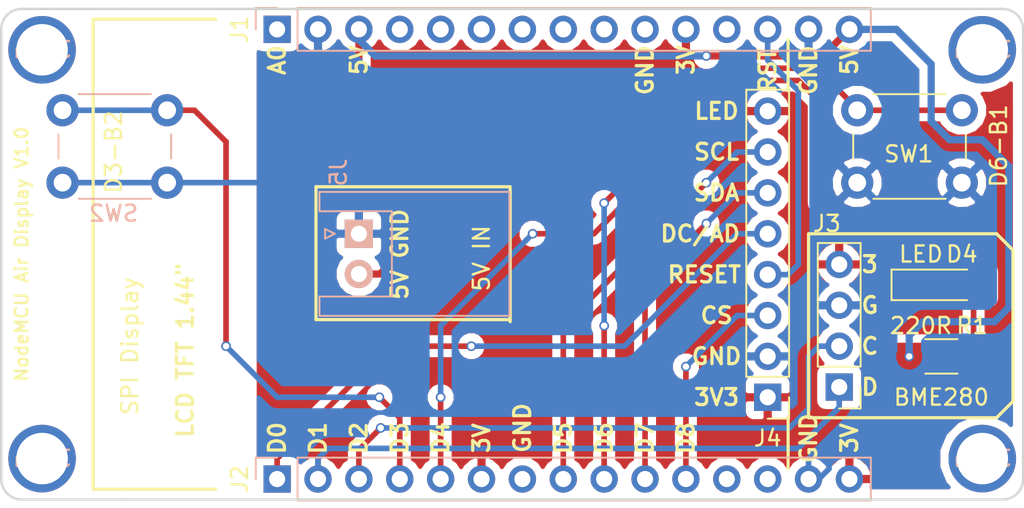
<source format=kicad_pcb>
(kicad_pcb (version 4) (host pcbnew 4.0.7)

  (general
    (links 30)
    (no_connects 0)
    (area 143.434999 76.759999 207.085001 107.390001)
    (thickness 1.6)
    (drawings 62)
    (tracks 120)
    (zones 0)
    (modules 13)
    (nets 27)
  )

  (page A4)
  (layers
    (0 F.Cu signal)
    (31 B.Cu signal)
    (32 B.Adhes user)
    (33 F.Adhes user)
    (34 B.Paste user)
    (35 F.Paste user)
    (36 B.SilkS user)
    (37 F.SilkS user)
    (38 B.Mask user)
    (39 F.Mask user)
    (40 Dwgs.User user)
    (41 Cmts.User user)
    (42 Eco1.User user)
    (43 Eco2.User user)
    (44 Edge.Cuts user)
    (45 Margin user)
    (46 B.CrtYd user)
    (47 F.CrtYd user)
    (48 B.Fab user)
    (49 F.Fab user)
  )

  (setup
    (last_trace_width 0.35)
    (trace_clearance 0.2)
    (zone_clearance 0.508)
    (zone_45_only yes)
    (trace_min 0.2)
    (segment_width 0.2)
    (edge_width 0.15)
    (via_size 0.6)
    (via_drill 0.4)
    (via_min_size 0.4)
    (via_min_drill 0.3)
    (uvia_size 0.3)
    (uvia_drill 0.1)
    (uvias_allowed no)
    (uvia_min_size 0.2)
    (uvia_min_drill 0.1)
    (pcb_text_width 0.3)
    (pcb_text_size 1.5 1.5)
    (mod_edge_width 0.15)
    (mod_text_size 1 1)
    (mod_text_width 0.15)
    (pad_size 4.2 4.2)
    (pad_drill 3.2)
    (pad_to_mask_clearance 0.2)
    (aux_axis_origin 257.81 171.45)
    (grid_origin 130.81 67.31)
    (visible_elements 7FFFFFFF)
    (pcbplotparams
      (layerselection 0x010e0_80000001)
      (usegerberextensions false)
      (excludeedgelayer true)
      (linewidth 0.100000)
      (plotframeref false)
      (viasonmask false)
      (mode 1)
      (useauxorigin false)
      (hpglpennumber 1)
      (hpglpenspeed 20)
      (hpglpendiameter 15)
      (hpglpenoverlay 2)
      (psnegative false)
      (psa4output false)
      (plotreference true)
      (plotvalue true)
      (plotinvisibletext false)
      (padsonsilk false)
      (subtractmaskfromsilk false)
      (outputformat 1)
      (mirror false)
      (drillshape 0)
      (scaleselection 1)
      (outputdirectory Plot/))
  )

  (net 0 "")
  (net 1 D1-SDA)
  (net 2 D2-SCL)
  (net 3 +3V3)
  (net 4 GND)
  (net 5 +5V)
  (net 6 "Net-(J1-Pad1)")
  (net 7 "Net-(J1-Pad4)")
  (net 8 "Net-(J1-Pad5)")
  (net 9 "Net-(J1-Pad6)")
  (net 10 "Net-(J1-Pad7)")
  (net 11 "Net-(J1-Pad8)")
  (net 12 "Net-(J1-Pad9)")
  (net 13 "Net-(J1-Pad12)")
  (net 14 D3)
  (net 15 D4)
  (net 16 "Net-(J1-Pad10)")
  (net 17 "Net-(J2-Pad7)")
  (net 18 "Net-(J2-Pad12)")
  (net 19 "Net-(J2-Pad13)")
  (net 20 A0/DC)
  (net 21 SCL)
  (net 22 RESET)
  (net 23 SDA)
  (net 24 CS)
  (net 25 D6)
  (net 26 "Net-(D4-Pad2)")

  (net_class Default "This is the default net class."
    (clearance 0.2)
    (trace_width 0.35)
    (via_dia 0.6)
    (via_drill 0.4)
    (uvia_dia 0.3)
    (uvia_drill 0.1)
    (add_net A0/DC)
    (add_net CS)
    (add_net D1-SDA)
    (add_net D2-SCL)
    (add_net D3)
    (add_net D4)
    (add_net D6)
    (add_net GND)
    (add_net "Net-(D4-Pad2)")
    (add_net "Net-(J1-Pad1)")
    (add_net "Net-(J1-Pad10)")
    (add_net "Net-(J1-Pad12)")
    (add_net "Net-(J1-Pad4)")
    (add_net "Net-(J1-Pad5)")
    (add_net "Net-(J1-Pad6)")
    (add_net "Net-(J1-Pad7)")
    (add_net "Net-(J1-Pad8)")
    (add_net "Net-(J1-Pad9)")
    (add_net "Net-(J2-Pad12)")
    (add_net "Net-(J2-Pad13)")
    (add_net "Net-(J2-Pad7)")
    (add_net RESET)
    (add_net SCL)
    (add_net SDA)
  )

  (net_class Data ""
    (clearance 0.2)
    (trace_width 0.3)
    (via_dia 0.6)
    (via_drill 0.4)
    (uvia_dia 0.3)
    (uvia_drill 0.1)
  )

  (net_class Power ""
    (clearance 0.2)
    (trace_width 0.45)
    (via_dia 0.6)
    (via_drill 0.4)
    (uvia_dia 0.3)
    (uvia_drill 0.1)
    (add_net +3V3)
    (add_net +5V)
  )

  (module Wire_Pads:SolderWirePad_single_2mmDrill (layer B.Cu) (tedit 5AAD4E13) (tstamp 5AAD4E3F)
    (at 204.47 104.775)
    (fp_text reference 3mm (at 0 0) (layer B.SilkS)
      (effects (font (size 1 1) (thickness 0.15)) (justify mirror))
    )
    (fp_text value 1 (at 0 0) (layer B.Fab)
      (effects (font (size 1 1) (thickness 0.15)) (justify mirror))
    )
    (pad 1 thru_hole circle (at 0 0) (size 4.2 4.2) (drill 3.2) (layers *.Cu *.Mask))
  )

  (module Wire_Pads:SolderWirePad_single_2mmDrill (layer B.Cu) (tedit 5AAD4E13) (tstamp 5AAD4E35)
    (at 146.05 104.775)
    (fp_text reference 3mm (at 0 0) (layer B.SilkS)
      (effects (font (size 1 1) (thickness 0.15)) (justify mirror))
    )
    (fp_text value 1 (at 0 0) (layer B.Fab)
      (effects (font (size 1 1) (thickness 0.15)) (justify mirror))
    )
    (pad 1 thru_hole circle (at 0 0) (size 4.2 4.2) (drill 3.2) (layers *.Cu *.Mask))
  )

  (module Wire_Pads:SolderWirePad_single_2mmDrill (layer B.Cu) (tedit 5AAD4E13) (tstamp 5AAD4E2C)
    (at 146.05 79.375)
    (fp_text reference 3mm (at 0 0) (layer B.SilkS)
      (effects (font (size 1 1) (thickness 0.15)) (justify mirror))
    )
    (fp_text value 1 (at 0 0) (layer B.Fab)
      (effects (font (size 1 1) (thickness 0.15)) (justify mirror))
    )
    (pad 1 thru_hole circle (at 0 0) (size 4.2 4.2) (drill 3.2) (layers *.Cu *.Mask))
  )

  (module Pin_Headers:Pin_Header_Straight_1x04_Pitch2.54mm (layer F.Cu) (tedit 5AB113C3) (tstamp 5A88B690)
    (at 195.58 100.33 180)
    (descr "Through hole straight pin header, 1x04, 2.54mm pitch, single row")
    (tags "Through hole pin header THT 1x04 2.54mm single row")
    (path /5A887D89)
    (fp_text reference J3 (at 0.762 10.16 180) (layer F.SilkS)
      (effects (font (size 1 1) (thickness 0.15)))
    )
    (fp_text value BME280 (at -6.35 -0.635 360) (layer F.SilkS)
      (effects (font (size 1 1) (thickness 0.15)))
    )
    (fp_line (start -0.635 -1.27) (end 1.27 -1.27) (layer F.Fab) (width 0.1))
    (fp_line (start 1.27 -1.27) (end 1.27 8.89) (layer F.Fab) (width 0.1))
    (fp_line (start 1.27 8.89) (end -1.27 8.89) (layer F.Fab) (width 0.1))
    (fp_line (start -1.27 8.89) (end -1.27 -0.635) (layer F.Fab) (width 0.1))
    (fp_line (start -1.27 -0.635) (end -0.635 -1.27) (layer F.Fab) (width 0.1))
    (fp_line (start -1.33 8.95) (end 1.33 8.95) (layer F.SilkS) (width 0.12))
    (fp_line (start -1.33 1.27) (end -1.33 8.95) (layer F.SilkS) (width 0.12))
    (fp_line (start 1.33 1.27) (end 1.33 8.95) (layer F.SilkS) (width 0.12))
    (fp_line (start -1.33 1.27) (end 1.33 1.27) (layer F.SilkS) (width 0.12))
    (fp_line (start -1.33 0) (end -1.33 -1.33) (layer F.SilkS) (width 0.12))
    (fp_line (start -1.33 -1.33) (end 0 -1.33) (layer F.SilkS) (width 0.12))
    (fp_line (start -1.8 -1.8) (end -1.8 9.4) (layer F.CrtYd) (width 0.05))
    (fp_line (start -1.8 9.4) (end 1.8 9.4) (layer F.CrtYd) (width 0.05))
    (fp_line (start 1.8 9.4) (end 1.8 -1.8) (layer F.CrtYd) (width 0.05))
    (fp_line (start 1.8 -1.8) (end -1.8 -1.8) (layer F.CrtYd) (width 0.05))
    (pad 1 thru_hole rect (at 0 0 180) (size 1.7 1.7) (drill 1) (layers *.Cu *.Mask)
      (net 1 D1-SDA))
    (pad 2 thru_hole oval (at 0 2.54 180) (size 1.7 1.7) (drill 1) (layers *.Cu *.Mask)
      (net 2 D2-SCL))
    (pad 3 thru_hole oval (at 0 5.08 180) (size 1.7 1.7) (drill 1) (layers *.Cu *.Mask)
      (net 4 GND))
    (pad 4 thru_hole oval (at 0 7.62 180) (size 1.7 1.7) (drill 1) (layers *.Cu *.Mask)
      (net 3 +3V3))
    (model ${KISYS3DMOD}/Pin_Headers.3dshapes/Pin_Header_Straight_1x04_Pitch2.54mm.wrl
      (at (xyz 0 0 0))
      (scale (xyz 1 1 1))
      (rotate (xyz 0 0 0))
    )
  )

  (module Buttons_Switches_THT:SW_PUSH_6mm (layer F.Cu) (tedit 5AB7FA82) (tstamp 5A895CF0)
    (at 203.2 87.63 180)
    (descr https://www.omron.com/ecb/products/pdf/en-b3f.pdf)
    (tags "tact sw push 6mm")
    (path /5A896733)
    (fp_text reference SW1 (at 3.302 1.778 180) (layer F.SilkS)
      (effects (font (size 1 1) (thickness 0.15)))
    )
    (fp_text value D6-B1 (at -2.286 2.286 270) (layer F.SilkS)
      (effects (font (size 1 1) (thickness 0.15)))
    )
    (fp_line (start 3.25 -0.75) (end 6.25 -0.75) (layer F.Fab) (width 0.1))
    (fp_line (start 6.25 -0.75) (end 6.25 5.25) (layer F.Fab) (width 0.1))
    (fp_line (start 6.25 5.25) (end 0.25 5.25) (layer F.Fab) (width 0.1))
    (fp_line (start 0.25 5.25) (end 0.25 -0.75) (layer F.Fab) (width 0.1))
    (fp_line (start 0.25 -0.75) (end 3.25 -0.75) (layer F.Fab) (width 0.1))
    (fp_line (start 7.75 6) (end 8 6) (layer F.CrtYd) (width 0.05))
    (fp_line (start 8 6) (end 8 5.75) (layer F.CrtYd) (width 0.05))
    (fp_line (start 7.75 -1.5) (end 8 -1.5) (layer F.CrtYd) (width 0.05))
    (fp_line (start 8 -1.5) (end 8 -1.25) (layer F.CrtYd) (width 0.05))
    (fp_line (start -1.5 -1.25) (end -1.5 -1.5) (layer F.CrtYd) (width 0.05))
    (fp_line (start -1.5 -1.5) (end -1.25 -1.5) (layer F.CrtYd) (width 0.05))
    (fp_line (start -1.5 5.75) (end -1.5 6) (layer F.CrtYd) (width 0.05))
    (fp_line (start -1.5 6) (end -1.25 6) (layer F.CrtYd) (width 0.05))
    (fp_line (start -1.25 -1.5) (end 7.75 -1.5) (layer F.CrtYd) (width 0.05))
    (fp_line (start -1.5 5.75) (end -1.5 -1.25) (layer F.CrtYd) (width 0.05))
    (fp_line (start 7.75 6) (end -1.25 6) (layer F.CrtYd) (width 0.05))
    (fp_line (start 8 -1.25) (end 8 5.75) (layer F.CrtYd) (width 0.05))
    (fp_line (start 1 5.5) (end 5.5 5.5) (layer F.SilkS) (width 0.12))
    (fp_line (start -0.25 1.5) (end -0.25 3) (layer F.SilkS) (width 0.12))
    (fp_line (start 5.5 -1) (end 1 -1) (layer F.SilkS) (width 0.12))
    (fp_line (start 6.75 3) (end 6.75 1.5) (layer F.SilkS) (width 0.12))
    (fp_circle (center 3.25 2.25) (end 1.25 2.5) (layer F.Fab) (width 0.1))
    (pad 2 thru_hole circle (at 0 4.5 270) (size 2 2) (drill 1.1) (layers *.Cu *.Mask)
      (net 25 D6))
    (pad 1 thru_hole circle (at 0 0 270) (size 2 2) (drill 1.1) (layers *.Cu *.Mask)
      (net 4 GND))
    (pad 2 thru_hole circle (at 6.5 4.5 270) (size 2 2) (drill 1.1) (layers *.Cu *.Mask)
      (net 25 D6))
    (pad 1 thru_hole circle (at 6.5 0 270) (size 2 2) (drill 1.1) (layers *.Cu *.Mask)
      (net 4 GND))
    (model ${KISYS3DMOD}/Buttons_Switches_THT.3dshapes/SW_PUSH_6mm.wrl
      (at (xyz 0.005 0 0))
      (scale (xyz 0.3937 0.3937 0.3937))
      (rotate (xyz 0 0 0))
    )
  )

  (module Resistors_SMD:R_1206_HandSoldering (layer F.Cu) (tedit 5AB113B9) (tstamp 5A8EB0F0)
    (at 201.93 98.425 180)
    (descr "Resistor SMD 1206, hand soldering")
    (tags "resistor 1206")
    (path /5A8DEA18)
    (attr smd)
    (fp_text reference R1 (at -1.905 1.905 180) (layer F.SilkS)
      (effects (font (size 1 1) (thickness 0.15)))
    )
    (fp_text value 220R (at 1.27 1.905 180) (layer F.SilkS)
      (effects (font (size 1 1) (thickness 0.15)))
    )
    (fp_text user %R (at 0 0 180) (layer F.Fab)
      (effects (font (size 0.7 0.7) (thickness 0.105)))
    )
    (fp_line (start -1.6 0.8) (end -1.6 -0.8) (layer F.Fab) (width 0.1))
    (fp_line (start 1.6 0.8) (end -1.6 0.8) (layer F.Fab) (width 0.1))
    (fp_line (start 1.6 -0.8) (end 1.6 0.8) (layer F.Fab) (width 0.1))
    (fp_line (start -1.6 -0.8) (end 1.6 -0.8) (layer F.Fab) (width 0.1))
    (fp_line (start 1 1.07) (end -1 1.07) (layer F.SilkS) (width 0.12))
    (fp_line (start -1 -1.07) (end 1 -1.07) (layer F.SilkS) (width 0.12))
    (fp_line (start -3.25 -1.11) (end 3.25 -1.11) (layer F.CrtYd) (width 0.05))
    (fp_line (start -3.25 -1.11) (end -3.25 1.1) (layer F.CrtYd) (width 0.05))
    (fp_line (start 3.25 1.1) (end 3.25 -1.11) (layer F.CrtYd) (width 0.05))
    (fp_line (start 3.25 1.1) (end -3.25 1.1) (layer F.CrtYd) (width 0.05))
    (pad 1 smd rect (at -2 0 180) (size 2 1.7) (layers F.Cu F.Paste F.Mask)
      (net 26 "Net-(D4-Pad2)"))
    (pad 2 smd rect (at 2 0 180) (size 2 1.7) (layers F.Cu F.Paste F.Mask)
      (net 5 +5V))
    (model ${KISYS3DMOD}/Resistors_SMD.3dshapes/R_1206.wrl
      (at (xyz 0 0 0))
      (scale (xyz 1 1 1))
      (rotate (xyz 0 0 0))
    )
  )

  (module Pin_Headers:Pin_Header_Straight_1x15_Pitch2.54mm (layer B.Cu) (tedit 5A8ED155) (tstamp 5A8EC636)
    (at 160.655 78.105 270)
    (descr "Through hole straight pin header, 1x15, 2.54mm pitch, single row")
    (tags "Through hole pin header THT 1x15 2.54mm single row")
    (path /5A8EC7ED)
    (fp_text reference J1 (at 0 2.33 270) (layer F.SilkS)
      (effects (font (size 1 1) (thickness 0.15)))
    )
    (fp_text value J1 (at 0 -37.89 270) (layer B.Fab)
      (effects (font (size 1 1) (thickness 0.15)) (justify mirror))
    )
    (fp_line (start -0.635 1.27) (end 1.27 1.27) (layer B.Fab) (width 0.1))
    (fp_line (start 1.27 1.27) (end 1.27 -36.83) (layer B.Fab) (width 0.1))
    (fp_line (start 1.27 -36.83) (end -1.27 -36.83) (layer B.Fab) (width 0.1))
    (fp_line (start -1.27 -36.83) (end -1.27 0.635) (layer B.Fab) (width 0.1))
    (fp_line (start -1.27 0.635) (end -0.635 1.27) (layer B.Fab) (width 0.1))
    (fp_line (start -1.33 -36.89) (end 1.33 -36.89) (layer B.SilkS) (width 0.12))
    (fp_line (start -1.33 -1.27) (end -1.33 -36.89) (layer B.SilkS) (width 0.12))
    (fp_line (start 1.33 -1.27) (end 1.33 -36.89) (layer B.SilkS) (width 0.12))
    (fp_line (start -1.33 -1.27) (end 1.33 -1.27) (layer B.SilkS) (width 0.12))
    (fp_line (start -1.33 0) (end -1.33 1.33) (layer B.SilkS) (width 0.12))
    (fp_line (start -1.33 1.33) (end 0 1.33) (layer B.SilkS) (width 0.12))
    (fp_line (start -1.8 1.8) (end -1.8 -37.35) (layer B.CrtYd) (width 0.05))
    (fp_line (start -1.8 -37.35) (end 1.8 -37.35) (layer B.CrtYd) (width 0.05))
    (fp_line (start 1.8 -37.35) (end 1.8 1.8) (layer B.CrtYd) (width 0.05))
    (fp_line (start 1.8 1.8) (end -1.8 1.8) (layer B.CrtYd) (width 0.05))
    (fp_text user %R (at 0 -17.78 540) (layer B.Fab)
      (effects (font (size 1 1) (thickness 0.15)) (justify mirror))
    )
    (pad 1 thru_hole rect (at 0 0 270) (size 1.7 1.7) (drill 1) (layers *.Cu *.Mask)
      (net 6 "Net-(J1-Pad1)"))
    (pad 2 thru_hole oval (at 0 -2.54 270) (size 1.7 1.7) (drill 1) (layers *.Cu *.Mask)
      (net 4 GND))
    (pad 3 thru_hole oval (at 0 -5.08 270) (size 1.7 1.7) (drill 1) (layers *.Cu *.Mask)
      (net 5 +5V))
    (pad 4 thru_hole oval (at 0 -7.62 270) (size 1.7 1.7) (drill 1) (layers *.Cu *.Mask)
      (net 7 "Net-(J1-Pad4)"))
    (pad 5 thru_hole oval (at 0 -10.16 270) (size 1.7 1.7) (drill 1) (layers *.Cu *.Mask)
      (net 8 "Net-(J1-Pad5)"))
    (pad 6 thru_hole oval (at 0 -12.7 270) (size 1.7 1.7) (drill 1) (layers *.Cu *.Mask)
      (net 9 "Net-(J1-Pad6)"))
    (pad 7 thru_hole oval (at 0 -15.24 270) (size 1.7 1.7) (drill 1) (layers *.Cu *.Mask)
      (net 10 "Net-(J1-Pad7)"))
    (pad 8 thru_hole oval (at 0 -17.78 270) (size 1.7 1.7) (drill 1) (layers *.Cu *.Mask)
      (net 11 "Net-(J1-Pad8)"))
    (pad 9 thru_hole oval (at 0 -20.32 270) (size 1.7 1.7) (drill 1) (layers *.Cu *.Mask)
      (net 12 "Net-(J1-Pad9)"))
    (pad 10 thru_hole oval (at 0 -22.86 270) (size 1.7 1.7) (drill 1) (layers *.Cu *.Mask)
      (net 16 "Net-(J1-Pad10)"))
    (pad 11 thru_hole oval (at 0 -25.4 270) (size 1.7 1.7) (drill 1) (layers *.Cu *.Mask)
      (net 3 +3V3))
    (pad 12 thru_hole oval (at 0 -27.94 270) (size 1.7 1.7) (drill 1) (layers *.Cu *.Mask)
      (net 13 "Net-(J1-Pad12)"))
    (pad 13 thru_hole oval (at 0 -30.48 270) (size 1.7 1.7) (drill 1) (layers *.Cu *.Mask)
      (net 22 RESET))
    (pad 14 thru_hole oval (at 0 -33.02 270) (size 1.7 1.7) (drill 1) (layers *.Cu *.Mask)
      (net 4 GND))
    (pad 15 thru_hole oval (at 0 -35.56 270) (size 1.7 1.7) (drill 1) (layers *.Cu *.Mask)
      (net 5 +5V))
    (model ${KISYS3DMOD}/Pin_Headers.3dshapes/Pin_Header_Straight_1x15_Pitch2.54mm.wrl
      (at (xyz 0 0 0))
      (scale (xyz 1 1 1))
      (rotate (xyz 0 0 0))
    )
  )

  (module Pin_Headers:Pin_Header_Straight_1x15_Pitch2.54mm (layer B.Cu) (tedit 5A8ED180) (tstamp 5A8EC648)
    (at 160.655 106.045 270)
    (descr "Through hole straight pin header, 1x15, 2.54mm pitch, single row")
    (tags "Through hole pin header THT 1x15 2.54mm single row")
    (path /5A8EC8DD)
    (fp_text reference J2 (at 0 2.33 270) (layer F.SilkS)
      (effects (font (size 1 1) (thickness 0.15)))
    )
    (fp_text value J2 (at 0 -37.89 270) (layer B.Fab)
      (effects (font (size 1 1) (thickness 0.15)) (justify mirror))
    )
    (fp_line (start -0.635 1.27) (end 1.27 1.27) (layer B.Fab) (width 0.1))
    (fp_line (start 1.27 1.27) (end 1.27 -36.83) (layer B.Fab) (width 0.1))
    (fp_line (start 1.27 -36.83) (end -1.27 -36.83) (layer B.Fab) (width 0.1))
    (fp_line (start -1.27 -36.83) (end -1.27 0.635) (layer B.Fab) (width 0.1))
    (fp_line (start -1.27 0.635) (end -0.635 1.27) (layer B.Fab) (width 0.1))
    (fp_line (start -1.33 -36.89) (end 1.33 -36.89) (layer B.SilkS) (width 0.12))
    (fp_line (start -1.33 -1.27) (end -1.33 -36.89) (layer B.SilkS) (width 0.12))
    (fp_line (start 1.33 -1.27) (end 1.33 -36.89) (layer B.SilkS) (width 0.12))
    (fp_line (start -1.33 -1.27) (end 1.33 -1.27) (layer B.SilkS) (width 0.12))
    (fp_line (start -1.33 0) (end -1.33 1.33) (layer B.SilkS) (width 0.12))
    (fp_line (start -1.33 1.33) (end 0 1.33) (layer B.SilkS) (width 0.12))
    (fp_line (start -1.8 1.8) (end -1.8 -37.35) (layer B.CrtYd) (width 0.05))
    (fp_line (start -1.8 -37.35) (end 1.8 -37.35) (layer B.CrtYd) (width 0.05))
    (fp_line (start 1.8 -37.35) (end 1.8 1.8) (layer B.CrtYd) (width 0.05))
    (fp_line (start 1.8 1.8) (end -1.8 1.8) (layer B.CrtYd) (width 0.05))
    (fp_text user %R (at 0 -17.78 540) (layer B.Fab)
      (effects (font (size 1 1) (thickness 0.15)) (justify mirror))
    )
    (pad 1 thru_hole rect (at 0 0 270) (size 1.7 1.7) (drill 1) (layers *.Cu *.Mask)
      (net 20 A0/DC))
    (pad 2 thru_hole oval (at 0 -2.54 270) (size 1.7 1.7) (drill 1) (layers *.Cu *.Mask)
      (net 1 D1-SDA))
    (pad 3 thru_hole oval (at 0 -5.08 270) (size 1.7 1.7) (drill 1) (layers *.Cu *.Mask)
      (net 2 D2-SCL))
    (pad 4 thru_hole oval (at 0 -7.62 270) (size 1.7 1.7) (drill 1) (layers *.Cu *.Mask)
      (net 14 D3))
    (pad 5 thru_hole oval (at 0 -10.16 270) (size 1.7 1.7) (drill 1) (layers *.Cu *.Mask)
      (net 15 D4))
    (pad 6 thru_hole oval (at 0 -12.7 270) (size 1.7 1.7) (drill 1) (layers *.Cu *.Mask)
      (net 3 +3V3))
    (pad 7 thru_hole oval (at 0 -15.24 270) (size 1.7 1.7) (drill 1) (layers *.Cu *.Mask)
      (net 17 "Net-(J2-Pad7)"))
    (pad 8 thru_hole oval (at 0 -17.78 270) (size 1.7 1.7) (drill 1) (layers *.Cu *.Mask)
      (net 21 SCL))
    (pad 9 thru_hole oval (at 0 -20.32 270) (size 1.7 1.7) (drill 1) (layers *.Cu *.Mask)
      (net 25 D6))
    (pad 10 thru_hole oval (at 0 -22.86 270) (size 1.7 1.7) (drill 1) (layers *.Cu *.Mask)
      (net 23 SDA))
    (pad 11 thru_hole oval (at 0 -25.4 270) (size 1.7 1.7) (drill 1) (layers *.Cu *.Mask)
      (net 24 CS))
    (pad 12 thru_hole oval (at 0 -27.94 270) (size 1.7 1.7) (drill 1) (layers *.Cu *.Mask)
      (net 18 "Net-(J2-Pad12)"))
    (pad 13 thru_hole oval (at 0 -30.48 270) (size 1.7 1.7) (drill 1) (layers *.Cu *.Mask)
      (net 19 "Net-(J2-Pad13)"))
    (pad 14 thru_hole oval (at 0 -33.02 270) (size 1.7 1.7) (drill 1) (layers *.Cu *.Mask)
      (net 4 GND))
    (pad 15 thru_hole oval (at 0 -35.56 270) (size 1.7 1.7) (drill 1) (layers *.Cu *.Mask)
      (net 3 +3V3))
    (model ${KISYS3DMOD}/Pin_Headers.3dshapes/Pin_Header_Straight_1x15_Pitch2.54mm.wrl
      (at (xyz 0 0 0))
      (scale (xyz 1 1 1))
      (rotate (xyz 0 0 0))
    )
  )

  (module LEDs:LED_1206_HandSoldering (layer F.Cu) (tedit 5AB8FC4F) (tstamp 5AA9709A)
    (at 201.93 93.98)
    (descr "LED SMD 1206, hand soldering")
    (tags "LED 1206")
    (path /5A8DEA12)
    (attr smd)
    (fp_text reference D4 (at 1.27 -1.905) (layer F.SilkS)
      (effects (font (size 1 1) (thickness 0.15)))
    )
    (fp_text value LED (at -1.27 -1.905) (layer F.SilkS)
      (effects (font (size 1 1) (thickness 0.15)))
    )
    (fp_line (start -3.1 -0.95) (end -3.1 0.95) (layer F.SilkS) (width 0.12))
    (fp_line (start -0.4 0) (end 0.2 -0.4) (layer F.Fab) (width 0.1))
    (fp_line (start 0.2 -0.4) (end 0.2 0.4) (layer F.Fab) (width 0.1))
    (fp_line (start 0.2 0.4) (end -0.4 0) (layer F.Fab) (width 0.1))
    (fp_line (start -0.45 -0.4) (end -0.45 0.4) (layer F.Fab) (width 0.1))
    (fp_line (start -1.6 0.8) (end -1.6 -0.8) (layer F.Fab) (width 0.1))
    (fp_line (start 1.6 0.8) (end -1.6 0.8) (layer F.Fab) (width 0.1))
    (fp_line (start 1.6 -0.8) (end 1.6 0.8) (layer F.Fab) (width 0.1))
    (fp_line (start -1.6 -0.8) (end 1.6 -0.8) (layer F.Fab) (width 0.1))
    (fp_line (start -3.1 0.95) (end 1.6 0.95) (layer F.SilkS) (width 0.12))
    (fp_line (start -3.1 -0.95) (end 1.6 -0.95) (layer F.SilkS) (width 0.12))
    (fp_line (start -3.25 -1.11) (end 3.25 -1.11) (layer F.CrtYd) (width 0.05))
    (fp_line (start -3.25 -1.11) (end -3.25 1.1) (layer F.CrtYd) (width 0.05))
    (fp_line (start 3.25 1.1) (end 3.25 -1.11) (layer F.CrtYd) (width 0.05))
    (fp_line (start 3.25 1.1) (end -3.25 1.1) (layer F.CrtYd) (width 0.05))
    (pad 1 smd rect (at -2 0) (size 2 1.7) (layers F.Cu F.Paste F.Mask)
      (net 15 D4))
    (pad 2 smd rect (at 2 0) (size 2 1.7) (layers F.Cu F.Paste F.Mask)
      (net 26 "Net-(D4-Pad2)"))
    (model ${KISYS3DMOD}/LEDs.3dshapes/LED_1206.wrl
      (at (xyz 0 0 0))
      (scale (xyz 1 1 1))
      (rotate (xyz 0 0 180))
    )
  )

  (module Pin_Headers:Pin_Header_Straight_1x08_Pitch2.54mm (layer F.Cu) (tedit 5AB7FC9D) (tstamp 5AAD2EC6)
    (at 191.135 100.965 180)
    (descr "Through hole straight pin header, 1x08, 2.54mm pitch, single row")
    (tags "Through hole pin header THT 1x08 2.54mm single row")
    (path /5AAD38E6)
    (fp_text reference J4 (at 0 -2.54 180) (layer F.SilkS)
      (effects (font (size 1 1) (thickness 0.15)))
    )
    (fp_text value "SPI Display" (at 39.624 3.175 450) (layer F.SilkS)
      (effects (font (size 1 1) (thickness 0.15)))
    )
    (fp_line (start -0.635 -1.27) (end 1.27 -1.27) (layer F.Fab) (width 0.1))
    (fp_line (start 1.27 -1.27) (end 1.27 19.05) (layer F.Fab) (width 0.1))
    (fp_line (start 1.27 19.05) (end -1.27 19.05) (layer F.Fab) (width 0.1))
    (fp_line (start -1.27 19.05) (end -1.27 -0.635) (layer F.Fab) (width 0.1))
    (fp_line (start -1.27 -0.635) (end -0.635 -1.27) (layer F.Fab) (width 0.1))
    (fp_line (start -1.33 19.11) (end 1.33 19.11) (layer F.SilkS) (width 0.12))
    (fp_line (start -1.33 1.27) (end -1.33 19.11) (layer F.SilkS) (width 0.12))
    (fp_line (start 1.33 1.27) (end 1.33 19.11) (layer F.SilkS) (width 0.12))
    (fp_line (start -1.33 1.27) (end 1.33 1.27) (layer F.SilkS) (width 0.12))
    (fp_line (start -1.33 0) (end -1.33 -1.33) (layer F.SilkS) (width 0.12))
    (fp_line (start -1.33 -1.33) (end 0 -1.33) (layer F.SilkS) (width 0.12))
    (fp_line (start -1.8 -1.8) (end -1.8 19.55) (layer F.CrtYd) (width 0.05))
    (fp_line (start -1.8 19.55) (end 1.8 19.55) (layer F.CrtYd) (width 0.05))
    (fp_line (start 1.8 19.55) (end 1.8 -1.8) (layer F.CrtYd) (width 0.05))
    (fp_line (start 1.8 -1.8) (end -1.8 -1.8) (layer F.CrtYd) (width 0.05))
    (fp_text user %R (at 0 8.89 270) (layer F.Fab)
      (effects (font (size 1 1) (thickness 0.15)))
    )
    (pad 1 thru_hole rect (at 0 0 180) (size 1.7 1.7) (drill 1) (layers *.Cu *.Mask)
      (net 3 +3V3))
    (pad 2 thru_hole oval (at 0 2.54 180) (size 1.7 1.7) (drill 1) (layers *.Cu *.Mask)
      (net 4 GND))
    (pad 3 thru_hole oval (at 0 5.08 180) (size 1.7 1.7) (drill 1) (layers *.Cu *.Mask)
      (net 24 CS))
    (pad 4 thru_hole oval (at 0 7.62 180) (size 1.7 1.7) (drill 1) (layers *.Cu *.Mask)
      (net 22 RESET))
    (pad 5 thru_hole oval (at 0 10.16 180) (size 1.7 1.7) (drill 1) (layers *.Cu *.Mask)
      (net 20 A0/DC))
    (pad 6 thru_hole oval (at 0 12.7 180) (size 1.7 1.7) (drill 1) (layers *.Cu *.Mask)
      (net 23 SDA))
    (pad 7 thru_hole oval (at 0 15.24 180) (size 1.7 1.7) (drill 1) (layers *.Cu *.Mask)
      (net 21 SCL))
    (pad 8 thru_hole oval (at 0 17.78 180) (size 1.7 1.7) (drill 1) (layers *.Cu *.Mask)
      (net 3 +3V3))
    (model ${KISYS3DMOD}/Pin_Headers.3dshapes/Pin_Header_Straight_1x08_Pitch2.54mm.wrl
      (at (xyz 0 0 0))
      (scale (xyz 1 1 1))
      (rotate (xyz 0 0 0))
    )
  )

  (module Wire_Pads:SolderWirePad_single_2mmDrill (layer B.Cu) (tedit 5AAD4E13) (tstamp 5AAD4D89)
    (at 204.47 79.375)
    (fp_text reference 3mm (at 0 0) (layer B.SilkS)
      (effects (font (size 1 1) (thickness 0.15)) (justify mirror))
    )
    (fp_text value 1 (at 0 0) (layer B.Fab)
      (effects (font (size 1 1) (thickness 0.15)) (justify mirror))
    )
    (pad 1 thru_hole circle (at 0 0) (size 4.2 4.2) (drill 3.2) (layers *.Cu *.Mask))
  )

  (module Connectors_JST:JST_XH_S02B-XH-A_02x2.50mm_Angled (layer B.Cu) (tedit 5AB0F3DF) (tstamp 5AAD5987)
    (at 165.735 90.805 270)
    (descr "JST XH series connector, S02B-XH-A, side entry type, through hole")
    (tags "connector jst xh tht side horizontal angled 2.50mm")
    (path /5AAD58B8)
    (fp_text reference J5 (at -3.81 1.27 270) (layer B.SilkS)
      (effects (font (size 1 1) (thickness 0.15)) (justify mirror))
    )
    (fp_text value "5V IN" (at 1.524 -7.62 270) (layer F.SilkS)
      (effects (font (size 1 1) (thickness 0.15)))
    )
    (fp_line (start -2.45 2.3) (end -2.45 -9.2) (layer B.Fab) (width 0.1))
    (fp_line (start -2.45 -9.2) (end 4.95 -9.2) (layer B.Fab) (width 0.1))
    (fp_line (start 4.95 -9.2) (end 4.95 2.3) (layer B.Fab) (width 0.1))
    (fp_line (start 4.95 2.3) (end -2.45 2.3) (layer B.Fab) (width 0.1))
    (fp_line (start -2.95 2.8) (end -2.95 -9.7) (layer B.CrtYd) (width 0.05))
    (fp_line (start -2.95 -9.7) (end 5.45 -9.7) (layer B.CrtYd) (width 0.05))
    (fp_line (start 5.45 -9.7) (end 5.45 2.8) (layer B.CrtYd) (width 0.05))
    (fp_line (start 5.45 2.8) (end -2.95 2.8) (layer B.CrtYd) (width 0.05))
    (fp_line (start 1.25 -9.35) (end -2.6 -9.35) (layer B.SilkS) (width 0.12))
    (fp_line (start -2.6 -9.35) (end -2.6 2.45) (layer B.SilkS) (width 0.12))
    (fp_line (start -2.6 2.45) (end -1.4 2.45) (layer B.SilkS) (width 0.12))
    (fp_line (start -1.4 2.45) (end -1.4 -2.05) (layer B.SilkS) (width 0.12))
    (fp_line (start -1.4 -2.05) (end 1.25 -2.05) (layer B.SilkS) (width 0.12))
    (fp_line (start 1.25 -9.35) (end 5.1 -9.35) (layer B.SilkS) (width 0.12))
    (fp_line (start 5.1 -9.35) (end 5.1 2.45) (layer B.SilkS) (width 0.12))
    (fp_line (start 5.1 2.45) (end 3.9 2.45) (layer B.SilkS) (width 0.12))
    (fp_line (start 3.9 2.45) (end 3.9 -2.05) (layer B.SilkS) (width 0.12))
    (fp_line (start 3.9 -2.05) (end 1.25 -2.05) (layer B.SilkS) (width 0.12))
    (fp_line (start -0.25 -3.45) (end -0.25 -8.7) (layer B.Fab) (width 0.1))
    (fp_line (start -0.25 -8.7) (end 0.25 -8.7) (layer B.Fab) (width 0.1))
    (fp_line (start 0.25 -8.7) (end 0.25 -3.45) (layer B.Fab) (width 0.1))
    (fp_line (start 0.25 -3.45) (end -0.25 -3.45) (layer B.Fab) (width 0.1))
    (fp_line (start 2.25 -3.45) (end 2.25 -8.7) (layer B.Fab) (width 0.1))
    (fp_line (start 2.25 -8.7) (end 2.75 -8.7) (layer B.Fab) (width 0.1))
    (fp_line (start 2.75 -8.7) (end 2.75 -3.45) (layer B.Fab) (width 0.1))
    (fp_line (start 2.75 -3.45) (end 2.25 -3.45) (layer B.Fab) (width 0.1))
    (fp_line (start 0 1.5) (end -0.3 2.1) (layer B.SilkS) (width 0.12))
    (fp_line (start -0.3 2.1) (end 0.3 2.1) (layer B.SilkS) (width 0.12))
    (fp_line (start 0.3 2.1) (end 0 1.5) (layer B.SilkS) (width 0.12))
    (fp_line (start 0 1.5) (end -0.3 2.1) (layer B.Fab) (width 0.1))
    (fp_line (start -0.3 2.1) (end 0.3 2.1) (layer B.Fab) (width 0.1))
    (fp_line (start 0.3 2.1) (end 0 1.5) (layer B.Fab) (width 0.1))
    (fp_text user %R (at 1.25 -2.25 270) (layer B.Fab)
      (effects (font (size 1 1) (thickness 0.15)) (justify mirror))
    )
    (pad 1 thru_hole rect (at 0 0 270) (size 1.75 1.75) (drill 1) (layers *.Cu *.Mask B.SilkS)
      (net 4 GND))
    (pad 2 thru_hole circle (at 2.5 0 270) (size 1.75 1.75) (drill 1) (layers *.Cu *.Mask B.SilkS)
      (net 5 +5V))
    (model Connectors_JST.3dshapes/JST_XH_S02B-XH-A_02x2.50mm_Angled.wrl
      (at (xyz 0 0 0))
      (scale (xyz 1 1 1))
      (rotate (xyz 0 0 0))
    )
  )

  (module Buttons_Switches_THT:SW_PUSH_6mm (layer B.Cu) (tedit 5AB7FD45) (tstamp 5AAE5FF1)
    (at 147.32 87.63)
    (descr https://www.omron.com/ecb/products/pdf/en-b3f.pdf)
    (tags "tact sw push 6mm")
    (path /5AAE64FB)
    (fp_text reference SW2 (at 3.175 1.905) (layer B.SilkS)
      (effects (font (size 1 1) (thickness 0.15)) (justify mirror))
    )
    (fp_text value D3-B2 (at 3.175 -1.905 90) (layer F.SilkS)
      (effects (font (size 1 1) (thickness 0.15)))
    )
    (fp_text user %R (at 3.25 -2.25) (layer B.Fab)
      (effects (font (size 1 1) (thickness 0.15)) (justify mirror))
    )
    (fp_line (start 3.25 0.75) (end 6.25 0.75) (layer B.Fab) (width 0.1))
    (fp_line (start 6.25 0.75) (end 6.25 -5.25) (layer B.Fab) (width 0.1))
    (fp_line (start 6.25 -5.25) (end 0.25 -5.25) (layer B.Fab) (width 0.1))
    (fp_line (start 0.25 -5.25) (end 0.25 0.75) (layer B.Fab) (width 0.1))
    (fp_line (start 0.25 0.75) (end 3.25 0.75) (layer B.Fab) (width 0.1))
    (fp_line (start 7.75 -6) (end 8 -6) (layer B.CrtYd) (width 0.05))
    (fp_line (start 8 -6) (end 8 -5.75) (layer B.CrtYd) (width 0.05))
    (fp_line (start 7.75 1.5) (end 8 1.5) (layer B.CrtYd) (width 0.05))
    (fp_line (start 8 1.5) (end 8 1.25) (layer B.CrtYd) (width 0.05))
    (fp_line (start -1.5 1.25) (end -1.5 1.5) (layer B.CrtYd) (width 0.05))
    (fp_line (start -1.5 1.5) (end -1.25 1.5) (layer B.CrtYd) (width 0.05))
    (fp_line (start -1.5 -5.75) (end -1.5 -6) (layer B.CrtYd) (width 0.05))
    (fp_line (start -1.5 -6) (end -1.25 -6) (layer B.CrtYd) (width 0.05))
    (fp_line (start -1.25 1.5) (end 7.75 1.5) (layer B.CrtYd) (width 0.05))
    (fp_line (start -1.5 -5.75) (end -1.5 1.25) (layer B.CrtYd) (width 0.05))
    (fp_line (start 7.75 -6) (end -1.25 -6) (layer B.CrtYd) (width 0.05))
    (fp_line (start 8 1.25) (end 8 -5.75) (layer B.CrtYd) (width 0.05))
    (fp_line (start 1 -5.5) (end 5.5 -5.5) (layer B.SilkS) (width 0.12))
    (fp_line (start -0.25 -1.5) (end -0.25 -3) (layer B.SilkS) (width 0.12))
    (fp_line (start 5.5 1) (end 1 1) (layer B.SilkS) (width 0.12))
    (fp_line (start 6.75 -3) (end 6.75 -1.5) (layer B.SilkS) (width 0.12))
    (fp_circle (center 3.25 -2.25) (end 1.25 -2.5) (layer B.Fab) (width 0.1))
    (pad 2 thru_hole circle (at 0 -4.5 270) (size 2 2) (drill 1.1) (layers *.Cu *.Mask)
      (net 14 D3))
    (pad 1 thru_hole circle (at 0 0 270) (size 2 2) (drill 1.1) (layers *.Cu *.Mask)
      (net 4 GND))
    (pad 2 thru_hole circle (at 6.5 -4.5 270) (size 2 2) (drill 1.1) (layers *.Cu *.Mask)
      (net 14 D3))
    (pad 1 thru_hole circle (at 6.5 0 270) (size 2 2) (drill 1.1) (layers *.Cu *.Mask)
      (net 4 GND))
    (model ${KISYS3DMOD}/Buttons_Switches_THT.3dshapes/SW_PUSH_6mm.wrl
      (at (xyz 0.005 0 0))
      (scale (xyz 0.3937 0.3937 0.3937))
      (rotate (xyz 0 0 0))
    )
  )

  (gr_line (start 163.068 87.884) (end 163.068 96.139) (angle 90) (layer F.SilkS) (width 0.2))
  (gr_line (start 175.133 87.884) (end 163.068 87.884) (angle 90) (layer F.SilkS) (width 0.2))
  (gr_line (start 175.133 96.266) (end 175.133 88.011) (angle 90) (layer F.SilkS) (width 0.2))
  (gr_line (start 163.068 96.139) (end 175.133 96.139) (angle 90) (layer F.SilkS) (width 0.2))
  (gr_line (start 205.359 90.805) (end 193.675 90.805) (angle 90) (layer F.SilkS) (width 0.2))
  (gr_line (start 205.359 102.235) (end 193.675 102.235) (angle 90) (layer F.SilkS) (width 0.2))
  (gr_line (start 206.375 91.821) (end 206.375 101.219) (angle 90) (layer F.SilkS) (width 0.2))
  (gr_line (start 205.359 90.805) (end 206.375 91.821) (angle 90) (layer F.SilkS) (width 0.2))
  (gr_line (start 205.359 102.235) (end 206.375 101.219) (angle 90) (layer F.SilkS) (width 0.2))
  (gr_text RST (at 191.135 80.645 90) (layer F.SilkS)
    (effects (font (size 1 1) (thickness 0.2)))
  )
  (gr_text GND (at 168.275 90.805 90) (layer F.SilkS)
    (effects (font (size 1 1) (thickness 0.2)))
  )
  (gr_text 5V (at 168.275 93.98 90) (layer F.SilkS)
    (effects (font (size 1 1) (thickness 0.2)))
  )
  (gr_text D0 (at 160.655 103.505 90) (layer F.SilkS)
    (effects (font (size 1 1) (thickness 0.2)))
  )
  (gr_text D (at 197.485 100.33) (layer F.SilkS)
    (effects (font (size 1 1) (thickness 0.2)))
  )
  (gr_text C (at 197.485 97.79) (layer F.SilkS)
    (effects (font (size 1 1) (thickness 0.2)))
  )
  (gr_text G (at 197.485 95.25) (layer F.SilkS)
    (effects (font (size 1 1) (thickness 0.2)))
  )
  (gr_text 3 (at 197.485 92.71) (layer F.SilkS)
    (effects (font (size 1 1) (thickness 0.2)))
  )
  (gr_text CS (at 187.96 95.885) (layer F.SilkS)
    (effects (font (size 1 1) (thickness 0.2)))
  )
  (gr_text RESET (at 187.198 93.345) (layer F.SilkS)
    (effects (font (size 1 1) (thickness 0.2)))
  )
  (gr_text LED (at 187.96 83.185) (layer F.SilkS)
    (effects (font (size 1 1) (thickness 0.2)))
  )
  (gr_text 3V3 (at 187.96 100.965) (layer F.SilkS)
    (effects (font (size 1 1) (thickness 0.2)))
  )
  (gr_text "LCD TFT 1.44\"" (at 154.94 98.044 90) (layer F.SilkS)
    (effects (font (size 1 1) (thickness 0.2)))
  )
  (gr_line (start 192.405 102.235) (end 192.405 105.41) (angle 90) (layer F.SilkS) (width 0.2))
  (gr_line (start 192.405 81.915) (end 192.405 78.74) (angle 90) (layer F.SilkS) (width 0.2))
  (gr_line (start 149.225 77.47) (end 156.845 77.47) (angle 90) (layer F.SilkS) (width 0.2))
  (gr_line (start 149.225 106.68) (end 149.225 77.47) (angle 90) (layer F.SilkS) (width 0.2))
  (gr_line (start 156.845 106.68) (end 149.225 106.68) (angle 90) (layer F.SilkS) (width 0.2))
  (gr_text GND (at 193.675 103.505 90) (layer F.SilkS)
    (effects (font (size 1 1) (thickness 0.2)))
  )
  (gr_text 3V (at 196.215 103.505 90) (layer F.SilkS)
    (effects (font (size 1 1) (thickness 0.2)))
  )
  (gr_text A0 (at 160.655 80.01 90) (layer F.SilkS)
    (effects (font (size 1 1) (thickness 0.2)))
  )
  (gr_text 5V (at 165.735 80.01 90) (layer F.SilkS)
    (effects (font (size 1 1) (thickness 0.2)))
  )
  (gr_text GND (at 175.895 102.87 90) (layer F.SilkS)
    (effects (font (size 1 1) (thickness 0.2)))
  )
  (gr_line (start 151.13 107.315) (end 144.78 107.315) (angle 90) (layer Edge.Cuts) (width 0.15))
  (gr_line (start 151.13 76.835) (end 144.78 76.835) (angle 90) (layer Edge.Cuts) (width 0.15))
  (gr_line (start 193.675 90.805) (end 193.675 102.235) (angle 90) (layer F.SilkS) (width 0.2))
  (gr_line (start 149.225 92.075) (end 193.04 92.075) (angle 90) (layer Cmts.User) (width 0.2))
  (gr_line (start 143.51 106.045) (end 143.51 78.105) (angle 90) (layer Edge.Cuts) (width 0.15))
  (gr_text GND (at 193.675 80.645 90) (layer F.SilkS)
    (effects (font (size 1 1) (thickness 0.2)))
  )
  (gr_text GND (at 183.515 80.645 90) (layer F.SilkS)
    (effects (font (size 1 1) (thickness 0.2)))
  )
  (gr_text 5V (at 196.215 80.01 90) (layer F.SilkS)
    (effects (font (size 1 1) (thickness 0.2)))
  )
  (gr_text 3V (at 186.055 80.01 90) (layer F.SilkS)
    (effects (font (size 1 1) (thickness 0.2)))
  )
  (gr_text 3V (at 173.355 103.505 90) (layer F.SilkS)
    (effects (font (size 1 1) (thickness 0.2)))
  )
  (gr_line (start 205.74 107.315) (end 151.13 107.315) (angle 90) (layer Edge.Cuts) (width 0.15))
  (gr_line (start 207.01 78.105) (end 207.01 106.045) (angle 90) (layer Edge.Cuts) (width 0.15))
  (gr_line (start 151.13 76.835) (end 205.74 76.835) (angle 90) (layer Edge.Cuts) (width 0.15))
  (gr_arc (start 205.74 78.105) (end 205.74 76.835) (angle 90) (layer Edge.Cuts) (width 0.15))
  (gr_arc (start 144.78 106.045) (end 144.78 107.315) (angle 90) (layer Edge.Cuts) (width 0.15))
  (gr_arc (start 205.74 106.045) (end 207.01 106.045) (angle 90) (layer Edge.Cuts) (width 0.15))
  (gr_arc (start 144.78 78.105) (end 143.51 78.105) (angle 90) (layer Edge.Cuts) (width 0.15))
  (gr_text D6 (at 180.975 103.505 90) (layer F.SilkS)
    (effects (font (size 1 1) (thickness 0.2)))
  )
  (gr_text D4 (at 170.815 103.505 90) (layer F.SilkS)
    (effects (font (size 1 1) (thickness 0.2)))
  )
  (gr_text D3 (at 168.275 103.505 90) (layer F.SilkS)
    (effects (font (size 1 1) (thickness 0.2)))
  )
  (gr_text D5 (at 178.435 103.505 90) (layer F.SilkS)
    (effects (font (size 1 1) (thickness 0.2)))
  )
  (gr_text "NodeMCU Air Display V1.0" (at 144.78 92.075 90) (layer F.SilkS)
    (effects (font (size 0.8 0.8) (thickness 0.15)))
  )
  (gr_text D8 (at 186.055 103.505 90) (layer F.SilkS)
    (effects (font (size 1 1) (thickness 0.2)))
  )
  (gr_text D7 (at 183.515 103.505 90) (layer F.SilkS)
    (effects (font (size 1 1) (thickness 0.2)))
  )
  (gr_text D2 (at 165.735 103.505 90) (layer F.SilkS)
    (effects (font (size 1 1) (thickness 0.2)))
  )
  (gr_text D1 (at 163.195 103.505 90) (layer F.SilkS)
    (effects (font (size 1 1) (thickness 0.2)))
  )
  (gr_text DC/AD (at 186.944 90.805) (layer F.SilkS)
    (effects (font (size 1 1) (thickness 0.2)))
  )
  (gr_text GND (at 187.96 98.425) (layer F.SilkS)
    (effects (font (size 1 1) (thickness 0.2)))
  )
  (gr_text SCL (at 187.96 85.725) (layer F.SilkS)
    (effects (font (size 1 1) (thickness 0.2)))
  )
  (gr_text SDA (at 187.96 88.265) (layer F.SilkS)
    (effects (font (size 1 1) (thickness 0.2)))
  )

  (segment (start 195.58 100.33) (end 195.58 101.6) (width 0.35) (layer B.Cu) (net 1))
  (segment (start 195.58 101.6) (end 193.04 104.14) (width 0.35) (layer B.Cu) (net 1) (tstamp 5AB125F6))
  (segment (start 163.83 104.14) (end 163.195 104.775) (width 0.35) (layer B.Cu) (net 1) (tstamp 5AB125F8))
  (segment (start 193.04 104.14) (end 163.83 104.14) (width 0.35) (layer B.Cu) (net 1) (tstamp 5AB125F7))
  (segment (start 163.195 104.775) (end 163.195 106.045) (width 0.35) (layer B.Cu) (net 1) (tstamp 5AB125FE))
  (segment (start 163.195 104.775) (end 163.195 106.045) (width 0.35) (layer B.Cu) (net 1) (tstamp 5AB12220))
  (segment (start 167.005 102.87) (end 167.089998 102.87) (width 0.35) (layer B.Cu) (net 2))
  (segment (start 167.089998 102.87) (end 167.005 102.87) (width 0.35) (layer B.Cu) (net 2) (tstamp 5AB1257B))
  (via (at 167.089998 102.87) (size 0.6) (drill 0.4) (layers F.Cu B.Cu) (net 2))
  (segment (start 167.089998 102.87) (end 165.735 104.224998) (width 0.35) (layer F.Cu) (net 2) (tstamp 5AB1263E))
  (segment (start 165.735 104.224998) (end 165.735 106.045) (width 0.35) (layer F.Cu) (net 2) (tstamp 5AB1263F))
  (segment (start 195.58 97.79) (end 194.31 97.79) (width 0.35) (layer B.Cu) (net 2))
  (segment (start 192.489998 102.87) (end 167.089998 102.87) (width 0.35) (layer B.Cu) (net 2) (tstamp 5AB1256A))
  (segment (start 193.675 101.684998) (end 192.489998 102.87) (width 0.35) (layer B.Cu) (net 2) (tstamp 5AB12560))
  (segment (start 193.675 98.425) (end 193.675 101.684998) (width 0.35) (layer B.Cu) (net 2) (tstamp 5AB1255B))
  (segment (start 194.31 97.79) (end 193.675 98.425) (width 0.35) (layer B.Cu) (net 2) (tstamp 5AB12558))
  (segment (start 186.055 78.105) (end 186.055 78.105) (width 0.45) (layer F.Cu) (net 3) (tstamp 5A8F3895))
  (segment (start 147.32 87.63) (end 153.82 87.63) (width 0.35) (layer B.Cu) (net 4))
  (segment (start 153.82 87.63) (end 160.655 87.63) (width 0.35) (layer B.Cu) (net 4) (tstamp 5AB7FD7B))
  (segment (start 193.675 106.045) (end 193.675 104.775) (width 0.35) (layer B.Cu) (net 4))
  (segment (start 193.675 104.775) (end 194.31 104.14) (width 0.35) (layer B.Cu) (net 4) (tstamp 5AB1278B))
  (segment (start 193.675 106.045) (end 194.31 106.045) (width 0.35) (layer B.Cu) (net 4))
  (segment (start 194.31 106.045) (end 194.945 105.41) (width 0.35) (layer B.Cu) (net 4) (tstamp 5AB1266A))
  (segment (start 194.945 105.41) (end 194.945 104.775) (width 0.35) (layer B.Cu) (net 4) (tstamp 5AB12672))
  (segment (start 193.675 106.045) (end 193.675 105.41) (width 0.35) (layer B.Cu) (net 4))
  (segment (start 193.675 78.105) (end 194.056 78.105) (width 0.35) (layer F.Cu) (net 4))
  (segment (start 199.93 98.425) (end 199.93 97.123) (width 0.45) (layer B.Cu) (net 5))
  (via (at 199.93 98.425) (size 0.6) (drill 0.4) (layers F.Cu B.Cu) (net 5))
  (segment (start 199.136 78.105) (end 196.215 78.105) (width 0.45) (layer B.Cu) (net 5) (tstamp 5AB8ED5F))
  (segment (start 201.295 80.264) (end 199.136 78.105) (width 0.45) (layer B.Cu) (net 5) (tstamp 5AB8ED55))
  (segment (start 201.295 83.82) (end 201.295 80.264) (width 0.45) (layer B.Cu) (net 5) (tstamp 5AB8ED4E))
  (segment (start 202.438 84.963) (end 201.295 83.82) (width 0.45) (layer B.Cu) (net 5) (tstamp 5AB8ED49))
  (segment (start 204.47 84.963) (end 202.438 84.963) (width 0.45) (layer B.Cu) (net 5) (tstamp 5AB8ED45))
  (segment (start 206.121 86.614) (end 204.47 84.963) (width 0.45) (layer B.Cu) (net 5) (tstamp 5AB8ED3E))
  (segment (start 206.121 92.583) (end 206.121 86.614) (width 0.45) (layer B.Cu) (net 5) (tstamp 5AB8ED30))
  (segment (start 206.121 95.377) (end 206.121 92.583) (width 0.45) (layer B.Cu) (net 5) (tstamp 5AB8ED2E))
  (segment (start 205.232 96.266) (end 206.121 95.377) (width 0.45) (layer B.Cu) (net 5) (tstamp 5AB8ED2B))
  (segment (start 200.787 96.266) (end 205.232 96.266) (width 0.45) (layer B.Cu) (net 5) (tstamp 5AB8ED29))
  (segment (start 199.93 97.123) (end 200.787 96.266) (width 0.45) (layer B.Cu) (net 5) (tstamp 5AB8ED1D))
  (segment (start 165.735 78.105) (end 165.735 84.455) (width 0.45) (layer F.Cu) (net 5))
  (segment (start 167.045 93.305) (end 165.735 93.305) (width 0.45) (layer F.Cu) (net 5) (tstamp 5AB7FBFB))
  (segment (start 168.91 91.44) (end 167.045 93.305) (width 0.45) (layer F.Cu) (net 5) (tstamp 5AB7FBF9))
  (segment (start 168.91 87.63) (end 168.91 91.44) (width 0.45) (layer F.Cu) (net 5) (tstamp 5AB7FBF5))
  (segment (start 165.735 84.455) (end 168.91 87.63) (width 0.45) (layer F.Cu) (net 5) (tstamp 5AB7FBEB))
  (via (at 187.325 79.756) (size 0.6) (drill 0.4) (layers F.Cu B.Cu) (net 5))
  (segment (start 194.564 79.756) (end 187.325 79.756) (width 0.45) (layer F.Cu) (net 5) (tstamp 5AB12F01))
  (segment (start 187.325 79.756) (end 166.751 79.756) (width 0.45) (layer B.Cu) (net 5) (tstamp 5AB12F10))
  (segment (start 165.735 78.74) (end 166.751 79.756) (width 0.45) (layer B.Cu) (net 5) (tstamp 5AB12F11))
  (segment (start 194.564 79.756) (end 196.215 78.105) (width 0.45) (layer F.Cu) (net 5))
  (segment (start 165.735 78.74) (end 165.735 78.105) (width 0.45) (layer B.Cu) (net 5) (tstamp 5AB12F18))
  (segment (start 165.735 78.74) (end 165.735 78.105) (width 0.45) (layer F.Cu) (net 5) (tstamp 5AAD5A66))
  (segment (start 165.735 78.105) (end 165.735 78.74) (width 0.45) (layer F.Cu) (net 5))
  (segment (start 196.215 78.74) (end 196.215 78.105) (width 0.45) (layer F.Cu) (net 5) (tstamp 5A8F348A))
  (segment (start 153.82 83.13) (end 155.52 83.13) (width 0.35) (layer F.Cu) (net 14))
  (segment (start 167.005 100.965) (end 161.29 100.965) (width 0.35) (layer B.Cu) (net 14) (tstamp 5AB126C9))
  (via (at 167.005 100.965) (size 0.6) (drill 0.4) (layers F.Cu B.Cu) (net 14))
  (segment (start 168.275 102.235) (end 167.005 100.965) (width 0.35) (layer F.Cu) (net 14) (tstamp 5AB126AF))
  (segment (start 168.275 102.87) (end 168.275 102.235) (width 0.35) (layer F.Cu) (net 14) (tstamp 5AB126AA))
  (segment (start 168.275 102.87) (end 168.275 106.045) (width 0.35) (layer F.Cu) (net 14))
  (segment (start 160.655 100.965) (end 161.29 100.965) (width 0.35) (layer B.Cu) (net 14) (tstamp 5AB7FDDF))
  (segment (start 157.48 97.79) (end 160.655 100.965) (width 0.35) (layer B.Cu) (net 14) (tstamp 5AB7FDDE))
  (via (at 157.48 97.79) (size 0.6) (drill 0.4) (layers F.Cu B.Cu) (net 14))
  (segment (start 157.48 85.09) (end 157.48 97.79) (width 0.35) (layer F.Cu) (net 14) (tstamp 5AB7FDC9))
  (segment (start 155.52 83.13) (end 157.48 85.09) (width 0.35) (layer F.Cu) (net 14) (tstamp 5AB7FDC5))
  (segment (start 147.32 83.13) (end 153.82 83.13) (width 0.35) (layer B.Cu) (net 14))
  (segment (start 153.82 83.13) (end 153.875 83.185) (width 0.35) (layer B.Cu) (net 14) (tstamp 5AB7FD64))
  (via (at 176.53 90.805) (size 0.6) (drill 0.4) (layers F.Cu B.Cu) (net 15))
  (segment (start 180.34 90.805) (end 176.53 90.805) (width 0.35) (layer F.Cu) (net 15) (tstamp 5AB12F54))
  (segment (start 176.53 90.805) (end 170.815 96.52) (width 0.35) (layer B.Cu) (net 15) (tstamp 5AB12F6A))
  (segment (start 170.815 100.965) (end 170.815 106.045) (width 0.35) (layer F.Cu) (net 15) (tstamp 5AB1289E))
  (via (at 170.815 100.965) (size 0.6) (drill 0.4) (layers F.Cu B.Cu) (net 15))
  (segment (start 170.815 96.52) (end 170.815 100.965) (width 0.35) (layer B.Cu) (net 15) (tstamp 5AB12AF9))
  (segment (start 194.31 82.55) (end 193.04 81.28) (width 0.35) (layer F.Cu) (net 15))
  (segment (start 199.93 91.98) (end 198.12 90.17) (width 0.35) (layer F.Cu) (net 15) (tstamp 5AB12823))
  (segment (start 198.12 90.17) (end 195.58 90.17) (width 0.35) (layer F.Cu) (net 15) (tstamp 5AB12826))
  (segment (start 195.58 90.17) (end 194.31 88.9) (width 0.35) (layer F.Cu) (net 15) (tstamp 5AB1282C))
  (segment (start 194.31 88.9) (end 194.31 82.55) (width 0.35) (layer F.Cu) (net 15) (tstamp 5AB1282E))
  (segment (start 199.93 93.98) (end 199.93 91.98) (width 0.35) (layer F.Cu) (net 15))
  (segment (start 189.865 81.28) (end 180.34 90.805) (width 0.35) (layer F.Cu) (net 15) (tstamp 5AB12F51))
  (segment (start 193.04 81.28) (end 189.865 81.28) (width 0.35) (layer F.Cu) (net 15) (tstamp 5AB12F4B))
  (via (at 172.72 97.79) (size 0.6) (drill 0.4) (layers F.Cu B.Cu) (net 20))
  (segment (start 172.72 97.79) (end 177.165 97.79) (width 0.35) (layer B.Cu) (net 20) (tstamp 5AB11C8D))
  (segment (start 177.165 97.79) (end 177.8 97.79) (width 0.35) (layer B.Cu) (net 20) (tstamp 5AB11C8E))
  (segment (start 191.135 90.805) (end 189.23 90.805) (width 0.35) (layer B.Cu) (net 20))
  (segment (start 160.655 104.775) (end 160.655 106.045) (width 0.35) (layer F.Cu) (net 20) (tstamp 5AB11984))
  (segment (start 167.64 97.79) (end 160.655 104.775) (width 0.35) (layer F.Cu) (net 20) (tstamp 5AB1197F))
  (segment (start 172.72 97.79) (end 167.64 97.79) (width 0.35) (layer F.Cu) (net 20) (tstamp 5AB11C8A))
  (segment (start 182.245 97.79) (end 177.8 97.79) (width 0.35) (layer B.Cu) (net 20) (tstamp 5AB1196A))
  (segment (start 177.8 97.79) (end 177.165 97.79) (width 0.35) (layer B.Cu) (net 20) (tstamp 5AB11C91))
  (segment (start 189.23 90.805) (end 182.245 97.79) (width 0.35) (layer B.Cu) (net 20) (tstamp 5AB11967))
  (segment (start 191.135 85.725) (end 189.23 85.725) (width 0.35) (layer B.Cu) (net 21))
  (segment (start 178.435 96.52) (end 178.435 106.045) (width 0.35) (layer F.Cu) (net 21) (tstamp 5AB117A3))
  (segment (start 187.325 87.63) (end 178.435 96.52) (width 0.35) (layer F.Cu) (net 21) (tstamp 5AB117A2))
  (via (at 187.325 87.63) (size 0.6) (drill 0.4) (layers F.Cu B.Cu) (net 21))
  (segment (start 189.23 85.725) (end 187.325 87.63) (width 0.35) (layer B.Cu) (net 21) (tstamp 5AB1178E))
  (segment (start 191.135 93.345) (end 192.405 93.345) (width 0.35) (layer B.Cu) (net 22))
  (segment (start 191.135 80.01) (end 191.135 78.105) (width 0.35) (layer B.Cu) (net 22) (tstamp 5AB12744))
  (segment (start 193.04 81.915) (end 191.135 80.01) (width 0.35) (layer B.Cu) (net 22) (tstamp 5AB1273A))
  (segment (start 193.04 92.71) (end 193.04 81.915) (width 0.35) (layer B.Cu) (net 22) (tstamp 5AB12735))
  (segment (start 192.405 93.345) (end 193.04 92.71) (width 0.35) (layer B.Cu) (net 22) (tstamp 5AB12732))
  (segment (start 191.135 88.265) (end 189.23 88.265) (width 0.35) (layer B.Cu) (net 23))
  (segment (start 183.515 93.98) (end 183.515 106.045) (width 0.35) (layer F.Cu) (net 23) (tstamp 5AB117BD))
  (segment (start 187.325 90.17) (end 183.515 93.98) (width 0.35) (layer F.Cu) (net 23) (tstamp 5AB117BC))
  (via (at 187.325 90.17) (size 0.6) (drill 0.4) (layers F.Cu B.Cu) (net 23))
  (segment (start 189.23 88.265) (end 187.325 90.17) (width 0.35) (layer B.Cu) (net 23) (tstamp 5AB117B2))
  (via (at 186.055 99.06) (size 0.6) (drill 0.4) (layers F.Cu B.Cu) (net 24))
  (segment (start 186.055 99.06) (end 186.055 106.045) (width 0.35) (layer F.Cu) (net 24) (tstamp 5AB119D0))
  (segment (start 191.135 95.885) (end 189.23 95.885) (width 0.35) (layer B.Cu) (net 24))
  (segment (start 189.23 95.885) (end 186.055 99.06) (width 0.35) (layer B.Cu) (net 24) (tstamp 5AB119A6))
  (segment (start 180.975 88.9) (end 180.975 88.9) (width 0.35) (layer F.Cu) (net 25))
  (via (at 180.975 88.9) (size 0.6) (drill 0.4) (layers F.Cu B.Cu) (net 25))
  (via (at 180.975 96.52) (size 0.6) (drill 0.4) (layers F.Cu B.Cu) (net 25))
  (segment (start 180.975 96.52) (end 180.975 106.045) (width 0.35) (layer F.Cu) (net 25) (tstamp 5AB11917))
  (segment (start 196.7 83.13) (end 196.7 83.035) (width 0.35) (layer F.Cu) (net 25))
  (segment (start 196.7 83.035) (end 194.183 80.518) (width 0.35) (layer F.Cu) (net 25) (tstamp 5AB11727))
  (segment (start 180.975 88.9) (end 180.975 96.52) (width 0.35) (layer B.Cu) (net 25) (tstamp 5AB12A9F))
  (segment (start 189.357 80.518) (end 180.975 88.9) (width 0.35) (layer F.Cu) (net 25) (tstamp 5AB11744))
  (segment (start 194.183 80.518) (end 189.357 80.518) (width 0.35) (layer F.Cu) (net 25) (tstamp 5AB1172C))
  (segment (start 196.7 83.13) (end 203.2 83.13) (width 0.35) (layer F.Cu) (net 25))
  (segment (start 203.93 93.98) (end 203.93 98.425) (width 0.35) (layer F.Cu) (net 26))

  (zone (net 3) (net_name +3V3) (layer F.Cu) (tstamp 5AB10A2C) (hatch edge 0.508)
    (connect_pads (clearance 0.508))
    (min_thickness 0.254)
    (fill yes (arc_segments 16) (thermal_gap 0.508) (thermal_bridge_width 0.508))
    (polygon
      (pts
        (xy 159.385 106.68) (xy 159.385 77.47) (xy 202.565 77.47) (xy 206.375 81.28) (xy 206.375 102.87)
        (xy 202.565 106.68) (xy 199.39 106.68)
      )
    )
    (filled_polygon
      (pts
        (xy 186.182 77.978) (xy 186.202 77.978) (xy 186.202 78.232) (xy 186.182 78.232) (xy 186.182 79.425155)
        (xy 186.401808 79.541155) (xy 186.390162 79.569201) (xy 186.389838 79.941167) (xy 186.531883 80.284943) (xy 186.794673 80.548192)
        (xy 187.138201 80.690838) (xy 187.510167 80.691162) (xy 187.692073 80.616) (xy 188.113487 80.616) (xy 180.746918 87.98257)
        (xy 180.446057 88.106883) (xy 180.182808 88.369673) (xy 180.040162 88.713201) (xy 180.039838 89.085167) (xy 180.181883 89.428943)
        (xy 180.376044 89.623444) (xy 180.004488 89.995) (xy 177.017441 89.995) (xy 176.716799 89.870162) (xy 176.344833 89.869838)
        (xy 176.001057 90.011883) (xy 175.737808 90.274673) (xy 175.595162 90.618201) (xy 175.594838 90.990167) (xy 175.736883 91.333943)
        (xy 175.999673 91.597192) (xy 176.343201 91.739838) (xy 176.715167 91.740162) (xy 177.018083 91.615) (xy 180.34 91.615)
        (xy 180.649974 91.553342) (xy 180.912756 91.377756) (xy 186.565512 85.725) (xy 189.620907 85.725) (xy 189.733946 86.293285)
        (xy 190.055853 86.775054) (xy 190.385026 86.995) (xy 190.055853 87.214946) (xy 189.733946 87.696715) (xy 189.620907 88.265)
        (xy 189.733946 88.833285) (xy 190.055853 89.315054) (xy 190.385026 89.535) (xy 190.055853 89.754946) (xy 189.733946 90.236715)
        (xy 189.620907 90.805) (xy 189.733946 91.373285) (xy 190.055853 91.855054) (xy 190.385026 92.075) (xy 190.055853 92.294946)
        (xy 189.733946 92.776715) (xy 189.620907 93.345) (xy 189.733946 93.913285) (xy 190.055853 94.395054) (xy 190.385026 94.615)
        (xy 190.055853 94.834946) (xy 189.733946 95.316715) (xy 189.620907 95.885) (xy 189.733946 96.453285) (xy 190.055853 96.935054)
        (xy 190.385026 97.155) (xy 190.055853 97.374946) (xy 189.733946 97.856715) (xy 189.620907 98.425) (xy 189.733946 98.993285)
        (xy 190.055853 99.475054) (xy 190.099777 99.504403) (xy 189.925302 99.576673) (xy 189.746673 99.755301) (xy 189.65 99.98869)
        (xy 189.65 100.67925) (xy 189.80875 100.838) (xy 191.008 100.838) (xy 191.008 100.818) (xy 191.262 100.818)
        (xy 191.262 100.838) (xy 192.46125 100.838) (xy 192.62 100.67925) (xy 192.62 99.98869) (xy 192.523327 99.755301)
        (xy 192.344698 99.576673) (xy 192.170223 99.504403) (xy 192.214147 99.475054) (xy 192.536054 98.993285) (xy 192.649093 98.425)
        (xy 192.536054 97.856715) (xy 192.214147 97.374946) (xy 191.884974 97.155) (xy 192.214147 96.935054) (xy 192.536054 96.453285)
        (xy 192.649093 95.885) (xy 192.536054 95.316715) (xy 192.491477 95.25) (xy 194.065907 95.25) (xy 194.178946 95.818285)
        (xy 194.500853 96.300054) (xy 194.830026 96.52) (xy 194.500853 96.739946) (xy 194.178946 97.221715) (xy 194.065907 97.79)
        (xy 194.178946 98.358285) (xy 194.500853 98.840054) (xy 194.542452 98.86785) (xy 194.494683 98.876838) (xy 194.278559 99.01591)
        (xy 194.133569 99.22811) (xy 194.08256 99.48) (xy 194.08256 101.18) (xy 194.126838 101.415317) (xy 194.26591 101.631441)
        (xy 194.47811 101.776431) (xy 194.73 101.82744) (xy 196.43 101.82744) (xy 196.665317 101.783162) (xy 196.881441 101.64409)
        (xy 197.026431 101.43189) (xy 197.07744 101.18) (xy 197.07744 99.48) (xy 197.033162 99.244683) (xy 196.89409 99.028559)
        (xy 196.68189 98.883569) (xy 196.614459 98.869914) (xy 196.659147 98.840054) (xy 196.981054 98.358285) (xy 197.094093 97.79)
        (xy 197.051327 97.575) (xy 198.28256 97.575) (xy 198.28256 99.275) (xy 198.326838 99.510317) (xy 198.46591 99.726441)
        (xy 198.67811 99.871431) (xy 198.93 99.92244) (xy 200.93 99.92244) (xy 201.165317 99.878162) (xy 201.381441 99.73909)
        (xy 201.526431 99.52689) (xy 201.57744 99.275) (xy 201.57744 97.575) (xy 201.533162 97.339683) (xy 201.39409 97.123559)
        (xy 201.18189 96.978569) (xy 200.93 96.92756) (xy 198.93 96.92756) (xy 198.694683 96.971838) (xy 198.478559 97.11091)
        (xy 198.333569 97.32311) (xy 198.28256 97.575) (xy 197.051327 97.575) (xy 196.981054 97.221715) (xy 196.659147 96.739946)
        (xy 196.329974 96.52) (xy 196.659147 96.300054) (xy 196.981054 95.818285) (xy 197.094093 95.25) (xy 196.981054 94.681715)
        (xy 196.659147 94.199946) (xy 196.318447 93.972298) (xy 196.461358 93.905183) (xy 196.851645 93.476924) (xy 197.021476 93.06689)
        (xy 196.900155 92.837) (xy 195.707 92.837) (xy 195.707 92.857) (xy 195.453 92.857) (xy 195.453 92.837)
        (xy 194.259845 92.837) (xy 194.138524 93.06689) (xy 194.308355 93.476924) (xy 194.698642 93.905183) (xy 194.841553 93.972298)
        (xy 194.500853 94.199946) (xy 194.178946 94.681715) (xy 194.065907 95.25) (xy 192.491477 95.25) (xy 192.214147 94.834946)
        (xy 191.884974 94.615) (xy 192.214147 94.395054) (xy 192.536054 93.913285) (xy 192.649093 93.345) (xy 192.536054 92.776715)
        (xy 192.253011 92.35311) (xy 194.138524 92.35311) (xy 194.259845 92.583) (xy 195.453 92.583) (xy 195.453 91.389181)
        (xy 195.707 91.389181) (xy 195.707 92.583) (xy 196.900155 92.583) (xy 197.021476 92.35311) (xy 196.851645 91.943076)
        (xy 196.461358 91.514817) (xy 195.936892 91.268514) (xy 195.707 91.389181) (xy 195.453 91.389181) (xy 195.223108 91.268514)
        (xy 194.698642 91.514817) (xy 194.308355 91.943076) (xy 194.138524 92.35311) (xy 192.253011 92.35311) (xy 192.214147 92.294946)
        (xy 191.884974 92.075) (xy 192.214147 91.855054) (xy 192.536054 91.373285) (xy 192.649093 90.805) (xy 192.536054 90.236715)
        (xy 192.214147 89.754946) (xy 191.884974 89.535) (xy 192.214147 89.315054) (xy 192.536054 88.833285) (xy 192.649093 88.265)
        (xy 192.536054 87.696715) (xy 192.214147 87.214946) (xy 191.884974 86.995) (xy 192.214147 86.775054) (xy 192.536054 86.293285)
        (xy 192.649093 85.725) (xy 192.536054 85.156715) (xy 192.214147 84.674946) (xy 191.873447 84.447298) (xy 192.016358 84.380183)
        (xy 192.406645 83.951924) (xy 192.576476 83.54189) (xy 192.455155 83.312) (xy 191.262 83.312) (xy 191.262 83.332)
        (xy 191.008 83.332) (xy 191.008 83.312) (xy 189.814845 83.312) (xy 189.693524 83.54189) (xy 189.863355 83.951924)
        (xy 190.253642 84.380183) (xy 190.396553 84.447298) (xy 190.055853 84.674946) (xy 189.733946 85.156715) (xy 189.620907 85.725)
        (xy 186.565512 85.725) (xy 189.856934 82.433579) (xy 189.693524 82.82811) (xy 189.814845 83.058) (xy 191.008 83.058)
        (xy 191.008 83.038) (xy 191.262 83.038) (xy 191.262 83.058) (xy 192.455155 83.058) (xy 192.576476 82.82811)
        (xy 192.406645 82.418076) (xy 192.107658 82.09) (xy 192.704488 82.09) (xy 193.5 82.885513) (xy 193.5 88.9)
        (xy 193.561658 89.209974) (xy 193.673802 89.377808) (xy 193.737244 89.472756) (xy 195.007243 90.742756) (xy 195.100398 90.805)
        (xy 195.270026 90.918342) (xy 195.58 90.98) (xy 197.784488 90.98) (xy 199.12 92.315513) (xy 199.12 92.48256)
        (xy 198.93 92.48256) (xy 198.694683 92.526838) (xy 198.478559 92.66591) (xy 198.333569 92.87811) (xy 198.28256 93.13)
        (xy 198.28256 94.83) (xy 198.326838 95.065317) (xy 198.46591 95.281441) (xy 198.67811 95.426431) (xy 198.93 95.47744)
        (xy 200.93 95.47744) (xy 201.165317 95.433162) (xy 201.381441 95.29409) (xy 201.526431 95.08189) (xy 201.57744 94.83)
        (xy 201.57744 93.13) (xy 202.28256 93.13) (xy 202.28256 94.83) (xy 202.326838 95.065317) (xy 202.46591 95.281441)
        (xy 202.67811 95.426431) (xy 202.93 95.47744) (xy 203.12 95.47744) (xy 203.12 96.92756) (xy 202.93 96.92756)
        (xy 202.694683 96.971838) (xy 202.478559 97.11091) (xy 202.333569 97.32311) (xy 202.28256 97.575) (xy 202.28256 99.275)
        (xy 202.326838 99.510317) (xy 202.46591 99.726441) (xy 202.67811 99.871431) (xy 202.93 99.92244) (xy 204.93 99.92244)
        (xy 205.165317 99.878162) (xy 205.381441 99.73909) (xy 205.526431 99.52689) (xy 205.57744 99.275) (xy 205.57744 97.575)
        (xy 205.533162 97.339683) (xy 205.39409 97.123559) (xy 205.18189 96.978569) (xy 204.93 96.92756) (xy 204.74 96.92756)
        (xy 204.74 95.47744) (xy 204.93 95.47744) (xy 205.165317 95.433162) (xy 205.381441 95.29409) (xy 205.526431 95.08189)
        (xy 205.57744 94.83) (xy 205.57744 93.13) (xy 205.533162 92.894683) (xy 205.39409 92.678559) (xy 205.18189 92.533569)
        (xy 204.93 92.48256) (xy 202.93 92.48256) (xy 202.694683 92.526838) (xy 202.478559 92.66591) (xy 202.333569 92.87811)
        (xy 202.28256 93.13) (xy 201.57744 93.13) (xy 201.533162 92.894683) (xy 201.39409 92.678559) (xy 201.18189 92.533569)
        (xy 200.93 92.48256) (xy 200.74 92.48256) (xy 200.74 91.98) (xy 200.727134 91.915317) (xy 200.678343 91.670027)
        (xy 200.502757 91.407244) (xy 198.692756 89.597244) (xy 198.692755 89.597243) (xy 198.429974 89.421658) (xy 198.12 89.36)
        (xy 195.915513 89.36) (xy 195.12 88.564488) (xy 195.12 88.087592) (xy 195.313106 88.554943) (xy 195.772637 89.015278)
        (xy 196.373352 89.264716) (xy 197.023795 89.265284) (xy 197.624943 89.016894) (xy 198.085278 88.557363) (xy 198.334716 87.956648)
        (xy 198.334718 87.953795) (xy 201.564716 87.953795) (xy 201.813106 88.554943) (xy 202.272637 89.015278) (xy 202.873352 89.264716)
        (xy 203.523795 89.265284) (xy 204.124943 89.016894) (xy 204.585278 88.557363) (xy 204.834716 87.956648) (xy 204.835284 87.306205)
        (xy 204.586894 86.705057) (xy 204.127363 86.244722) (xy 203.526648 85.995284) (xy 202.876205 85.994716) (xy 202.275057 86.243106)
        (xy 201.814722 86.702637) (xy 201.565284 87.303352) (xy 201.564716 87.953795) (xy 198.334718 87.953795) (xy 198.335284 87.306205)
        (xy 198.086894 86.705057) (xy 197.627363 86.244722) (xy 197.026648 85.995284) (xy 196.376205 85.994716) (xy 195.775057 86.243106)
        (xy 195.314722 86.702637) (xy 195.12 87.171581) (xy 195.12 83.587592) (xy 195.313106 84.054943) (xy 195.772637 84.515278)
        (xy 196.373352 84.764716) (xy 197.023795 84.765284) (xy 197.624943 84.516894) (xy 198.085278 84.057363) (xy 198.134011 83.94)
        (xy 201.765612 83.94) (xy 201.813106 84.054943) (xy 202.272637 84.515278) (xy 202.873352 84.764716) (xy 203.523795 84.765284)
        (xy 204.124943 84.516894) (xy 204.585278 84.057363) (xy 204.834716 83.456648) (xy 204.835284 82.806205) (xy 204.586894 82.205057)
        (xy 204.492023 82.11002) (xy 205.011638 82.110474) (xy 206.017229 81.694972) (xy 206.248 81.464603) (xy 206.248 102.684852)
        (xy 206.021276 102.457732) (xy 205.016412 102.040476) (xy 203.928362 102.039526) (xy 202.922771 102.455028) (xy 202.152732 103.223724)
        (xy 201.735476 104.228588) (xy 201.734526 105.316638) (xy 202.150028 106.322229) (xy 202.380397 106.553) (xy 197.585522 106.553)
        (xy 197.656486 106.401892) (xy 197.535819 106.172) (xy 196.342 106.172) (xy 196.342 106.192) (xy 196.088 106.192)
        (xy 196.088 106.172) (xy 196.068 106.172) (xy 196.068 105.918) (xy 196.088 105.918) (xy 196.088 104.724845)
        (xy 196.342 104.724845) (xy 196.342 105.918) (xy 197.535819 105.918) (xy 197.656486 105.688108) (xy 197.410183 105.163642)
        (xy 196.981924 104.773355) (xy 196.57189 104.603524) (xy 196.342 104.724845) (xy 196.088 104.724845) (xy 195.85811 104.603524)
        (xy 195.448076 104.773355) (xy 195.019817 105.163642) (xy 194.952702 105.306553) (xy 194.725054 104.965853) (xy 194.243285 104.643946)
        (xy 193.675 104.530907) (xy 193.106715 104.643946) (xy 192.624946 104.965853) (xy 192.405 105.295026) (xy 192.185054 104.965853)
        (xy 191.703285 104.643946) (xy 191.135 104.530907) (xy 190.566715 104.643946) (xy 190.084946 104.965853) (xy 189.865 105.295026)
        (xy 189.645054 104.965853) (xy 189.163285 104.643946) (xy 188.595 104.530907) (xy 188.026715 104.643946) (xy 187.544946 104.965853)
        (xy 187.325 105.295026) (xy 187.105054 104.965853) (xy 186.865 104.805454) (xy 186.865 101.25075) (xy 189.65 101.25075)
        (xy 189.65 101.94131) (xy 189.746673 102.174699) (xy 189.925302 102.353327) (xy 190.158691 102.45) (xy 190.84925 102.45)
        (xy 191.008 102.29125) (xy 191.008 101.092) (xy 191.262 101.092) (xy 191.262 102.29125) (xy 191.42075 102.45)
        (xy 192.111309 102.45) (xy 192.344698 102.353327) (xy 192.523327 102.174699) (xy 192.62 101.94131) (xy 192.62 101.25075)
        (xy 192.46125 101.092) (xy 191.262 101.092) (xy 191.008 101.092) (xy 189.80875 101.092) (xy 189.65 101.25075)
        (xy 186.865 101.25075) (xy 186.865 99.547441) (xy 186.989838 99.246799) (xy 186.990162 98.874833) (xy 186.848117 98.531057)
        (xy 186.585327 98.267808) (xy 186.241799 98.125162) (xy 185.869833 98.124838) (xy 185.526057 98.266883) (xy 185.262808 98.529673)
        (xy 185.120162 98.873201) (xy 185.119838 99.245167) (xy 185.245 99.548083) (xy 185.245 104.805454) (xy 185.004946 104.965853)
        (xy 184.785 105.295026) (xy 184.565054 104.965853) (xy 184.325 104.805454) (xy 184.325 94.315512) (xy 187.553084 91.087429)
        (xy 187.853943 90.963117) (xy 188.117192 90.700327) (xy 188.259838 90.356799) (xy 188.260162 89.984833) (xy 188.118117 89.641057)
        (xy 187.855327 89.377808) (xy 187.511799 89.235162) (xy 187.139833 89.234838) (xy 186.796057 89.376883) (xy 186.532808 89.639673)
        (xy 186.407116 89.942371) (xy 182.942244 93.407244) (xy 182.766658 93.670026) (xy 182.705 93.98) (xy 182.705 104.805454)
        (xy 182.464946 104.965853) (xy 182.245 105.295026) (xy 182.025054 104.965853) (xy 181.785 104.805454) (xy 181.785 97.007441)
        (xy 181.909838 96.706799) (xy 181.910162 96.334833) (xy 181.768117 95.991057) (xy 181.505327 95.727808) (xy 181.161799 95.585162)
        (xy 180.789833 95.584838) (xy 180.446057 95.726883) (xy 180.182808 95.989673) (xy 180.040162 96.333201) (xy 180.039838 96.705167)
        (xy 180.165 97.008083) (xy 180.165 104.805454) (xy 179.924946 104.965853) (xy 179.705 105.295026) (xy 179.485054 104.965853)
        (xy 179.245 104.805454) (xy 179.245 96.855512) (xy 187.553084 88.547429) (xy 187.853943 88.423117) (xy 188.117192 88.160327)
        (xy 188.259838 87.816799) (xy 188.260162 87.444833) (xy 188.118117 87.101057) (xy 187.855327 86.837808) (xy 187.511799 86.695162)
        (xy 187.139833 86.694838) (xy 186.796057 86.836883) (xy 186.532808 87.099673) (xy 186.407116 87.402371) (xy 177.862244 95.947244)
        (xy 177.686658 96.210026) (xy 177.625 96.52) (xy 177.625 104.805454) (xy 177.384946 104.965853) (xy 177.165 105.295026)
        (xy 176.945054 104.965853) (xy 176.463285 104.643946) (xy 175.895 104.530907) (xy 175.326715 104.643946) (xy 174.844946 104.965853)
        (xy 174.617298 105.306553) (xy 174.550183 105.163642) (xy 174.121924 104.773355) (xy 173.71189 104.603524) (xy 173.482 104.724845)
        (xy 173.482 105.918) (xy 173.502 105.918) (xy 173.502 106.172) (xy 173.482 106.172) (xy 173.482 106.192)
        (xy 173.228 106.192) (xy 173.228 106.172) (xy 173.208 106.172) (xy 173.208 105.918) (xy 173.228 105.918)
        (xy 173.228 104.724845) (xy 172.99811 104.603524) (xy 172.588076 104.773355) (xy 172.159817 105.163642) (xy 172.092702 105.306553)
        (xy 171.865054 104.965853) (xy 171.625 104.805454) (xy 171.625 101.452441) (xy 171.749838 101.151799) (xy 171.750162 100.779833)
        (xy 171.608117 100.436057) (xy 171.345327 100.172808) (xy 171.001799 100.030162) (xy 170.629833 100.029838) (xy 170.286057 100.171883)
        (xy 170.022808 100.434673) (xy 169.880162 100.778201) (xy 169.879838 101.150167) (xy 170.005 101.453083) (xy 170.005 104.805454)
        (xy 169.764946 104.965853) (xy 169.545 105.295026) (xy 169.325054 104.965853) (xy 169.085 104.805454) (xy 169.085 102.235)
        (xy 169.023342 101.925026) (xy 168.911817 101.758117) (xy 168.847756 101.662243) (xy 167.92243 100.736917) (xy 167.798117 100.436057)
        (xy 167.535327 100.172808) (xy 167.191799 100.030162) (xy 166.819833 100.029838) (xy 166.476057 100.171883) (xy 166.212808 100.434673)
        (xy 166.070162 100.778201) (xy 166.069838 101.150167) (xy 166.211883 101.493943) (xy 166.474673 101.757192) (xy 166.777372 101.882884)
        (xy 166.851402 101.956914) (xy 166.561055 102.076883) (xy 166.297806 102.339673) (xy 166.172114 102.642371) (xy 165.162244 103.652242)
        (xy 164.986658 103.915024) (xy 164.925 104.224998) (xy 164.925 104.805454) (xy 164.684946 104.965853) (xy 164.465 105.295026)
        (xy 164.245054 104.965853) (xy 163.763285 104.643946) (xy 163.195 104.530907) (xy 162.626715 104.643946) (xy 162.144946 104.965853)
        (xy 162.11715 105.007452) (xy 162.108162 104.959683) (xy 161.96909 104.743559) (xy 161.887619 104.687893) (xy 167.975513 98.6)
        (xy 172.232559 98.6) (xy 172.533201 98.724838) (xy 172.905167 98.725162) (xy 173.248943 98.583117) (xy 173.512192 98.320327)
        (xy 173.654838 97.976799) (xy 173.655162 97.604833) (xy 173.513117 97.261057) (xy 173.250327 96.997808) (xy 172.906799 96.855162)
        (xy 172.534833 96.854838) (xy 172.231917 96.98) (xy 167.64 96.98) (xy 167.467897 97.014234) (xy 167.330027 97.041657)
        (xy 167.067244 97.217243) (xy 160.082244 104.202244) (xy 159.906658 104.465026) (xy 159.890241 104.54756) (xy 159.805 104.54756)
        (xy 159.569683 104.591838) (xy 159.512 104.628956) (xy 159.512 79.523342) (xy 159.55311 79.551431) (xy 159.805 79.60244)
        (xy 161.505 79.60244) (xy 161.740317 79.558162) (xy 161.956441 79.41909) (xy 162.101431 79.20689) (xy 162.115086 79.139459)
        (xy 162.144946 79.184147) (xy 162.626715 79.506054) (xy 163.195 79.619093) (xy 163.763285 79.506054) (xy 164.245054 79.184147)
        (xy 164.465 78.854974) (xy 164.684946 79.184147) (xy 164.875 79.311137) (xy 164.875 84.455) (xy 164.940464 84.784108)
        (xy 165.126888 85.063112) (xy 168.05 87.986224) (xy 168.05 91.083776) (xy 167.207585 91.926191) (xy 167.25744 91.68)
        (xy 167.25744 89.93) (xy 167.213162 89.694683) (xy 167.07409 89.478559) (xy 166.86189 89.333569) (xy 166.61 89.28256)
        (xy 164.86 89.28256) (xy 164.624683 89.326838) (xy 164.408559 89.46591) (xy 164.263569 89.67811) (xy 164.21256 89.93)
        (xy 164.21256 91.68) (xy 164.256838 91.915317) (xy 164.39591 92.131441) (xy 164.60811 92.276431) (xy 164.624676 92.279786)
        (xy 164.45563 92.448537) (xy 164.225262 93.003325) (xy 164.224738 93.60404) (xy 164.454138 94.159229) (xy 164.878537 94.58437)
        (xy 165.433325 94.814738) (xy 166.03404 94.815262) (xy 166.589229 94.585862) (xy 167.010827 94.165) (xy 167.045 94.165)
        (xy 167.374108 94.099536) (xy 167.653112 93.913112) (xy 169.518112 92.048112) (xy 169.704536 91.769108) (xy 169.77 91.44)
        (xy 169.77 87.63) (xy 169.704536 87.300892) (xy 169.518112 87.021888) (xy 166.595 84.098776) (xy 166.595 79.311137)
        (xy 166.785054 79.184147) (xy 167.005 78.854974) (xy 167.224946 79.184147) (xy 167.706715 79.506054) (xy 168.275 79.619093)
        (xy 168.843285 79.506054) (xy 169.325054 79.184147) (xy 169.545 78.854974) (xy 169.764946 79.184147) (xy 170.246715 79.506054)
        (xy 170.815 79.619093) (xy 171.383285 79.506054) (xy 171.865054 79.184147) (xy 172.085 78.854974) (xy 172.304946 79.184147)
        (xy 172.786715 79.506054) (xy 173.355 79.619093) (xy 173.923285 79.506054) (xy 174.405054 79.184147) (xy 174.625 78.854974)
        (xy 174.844946 79.184147) (xy 175.326715 79.506054) (xy 175.895 79.619093) (xy 176.463285 79.506054) (xy 176.945054 79.184147)
        (xy 177.165 78.854974) (xy 177.384946 79.184147) (xy 177.866715 79.506054) (xy 178.435 79.619093) (xy 179.003285 79.506054)
        (xy 179.485054 79.184147) (xy 179.705 78.854974) (xy 179.924946 79.184147) (xy 180.406715 79.506054) (xy 180.975 79.619093)
        (xy 181.543285 79.506054) (xy 182.025054 79.184147) (xy 182.245 78.854974) (xy 182.464946 79.184147) (xy 182.946715 79.506054)
        (xy 183.515 79.619093) (xy 184.083285 79.506054) (xy 184.565054 79.184147) (xy 184.792702 78.843447) (xy 184.859817 78.986358)
        (xy 185.288076 79.376645) (xy 185.69811 79.546476) (xy 185.928 79.425155) (xy 185.928 78.232) (xy 185.908 78.232)
        (xy 185.908 77.978) (xy 185.928 77.978) (xy 185.928 77.958) (xy 186.182 77.958)
      )
    )
  )
  (zone (net 4) (net_name GND) (layer B.Cu) (tstamp 5AB10A66) (hatch edge 0.508)
    (connect_pads (clearance 0.508))
    (min_thickness 0.254)
    (fill yes (arc_segments 16) (thermal_gap 0.508) (thermal_bridge_width 0.508))
    (polygon
      (pts
        (xy 159.385 77.47) (xy 202.565 77.47) (xy 206.375 81.28) (xy 206.375 102.87) (xy 202.565 106.68)
        (xy 159.385 106.68) (xy 159.385 101.6)
      )
    )
    (filled_polygon
      (pts
        (xy 163.322 77.978) (xy 163.342 77.978) (xy 163.342 78.232) (xy 163.322 78.232) (xy 163.322 79.425155)
        (xy 163.55189 79.546476) (xy 163.961924 79.376645) (xy 164.390183 78.986358) (xy 164.457298 78.843447) (xy 164.684946 79.184147)
        (xy 165.166715 79.506054) (xy 165.314158 79.535382) (xy 166.142888 80.364112) (xy 166.421892 80.550536) (xy 166.751 80.616)
        (xy 186.957972 80.616) (xy 187.138201 80.690838) (xy 187.510167 80.691162) (xy 187.853943 80.549117) (xy 188.117192 80.286327)
        (xy 188.259838 79.942799) (xy 188.260162 79.570833) (xy 188.251904 79.550847) (xy 188.595 79.619093) (xy 189.163285 79.506054)
        (xy 189.645054 79.184147) (xy 189.865 78.854974) (xy 190.084946 79.184147) (xy 190.325 79.344546) (xy 190.325 80.01)
        (xy 190.386658 80.319974) (xy 190.539149 80.548192) (xy 190.562244 80.582756) (xy 191.913644 81.934157) (xy 191.732378 81.813039)
        (xy 191.164093 81.7) (xy 191.105907 81.7) (xy 190.537622 81.813039) (xy 190.055853 82.134946) (xy 189.733946 82.616715)
        (xy 189.620907 83.185) (xy 189.733946 83.753285) (xy 190.055853 84.235054) (xy 190.385026 84.455) (xy 190.055853 84.674946)
        (xy 189.895454 84.915) (xy 189.23 84.915) (xy 189.057897 84.949234) (xy 188.920027 84.976657) (xy 188.657244 85.152243)
        (xy 187.096918 86.71257) (xy 186.796057 86.836883) (xy 186.532808 87.099673) (xy 186.390162 87.443201) (xy 186.389838 87.815167)
        (xy 186.531883 88.158943) (xy 186.794673 88.422192) (xy 187.138201 88.564838) (xy 187.510167 88.565162) (xy 187.853943 88.423117)
        (xy 188.117192 88.160327) (xy 188.242884 87.857628) (xy 189.565513 86.535) (xy 189.895454 86.535) (xy 190.055853 86.775054)
        (xy 190.385026 86.995) (xy 190.055853 87.214946) (xy 189.895454 87.455) (xy 189.23 87.455) (xy 189.057897 87.489234)
        (xy 188.920027 87.516657) (xy 188.657244 87.692243) (xy 187.096918 89.25257) (xy 186.796057 89.376883) (xy 186.532808 89.639673)
        (xy 186.390162 89.983201) (xy 186.389838 90.355167) (xy 186.531883 90.698943) (xy 186.794673 90.962192) (xy 187.138201 91.104838)
        (xy 187.510167 91.105162) (xy 187.853943 90.963117) (xy 188.117192 90.700327) (xy 188.242884 90.397628) (xy 189.565513 89.075)
        (xy 189.895454 89.075) (xy 190.055853 89.315054) (xy 190.385026 89.535) (xy 190.055853 89.754946) (xy 189.895454 89.995)
        (xy 189.23 89.995) (xy 189.057897 90.029234) (xy 188.920027 90.056657) (xy 188.657244 90.232243) (xy 181.909488 96.98)
        (xy 181.796394 96.98) (xy 181.909838 96.706799) (xy 181.910162 96.334833) (xy 181.785 96.031917) (xy 181.785 89.387441)
        (xy 181.909838 89.086799) (xy 181.910162 88.714833) (xy 181.768117 88.371057) (xy 181.505327 88.107808) (xy 181.161799 87.965162)
        (xy 180.789833 87.964838) (xy 180.446057 88.106883) (xy 180.182808 88.369673) (xy 180.040162 88.713201) (xy 180.039838 89.085167)
        (xy 180.165 89.388083) (xy 180.165 96.032559) (xy 180.040162 96.333201) (xy 180.039838 96.705167) (xy 180.153396 96.98)
        (xy 173.207441 96.98) (xy 172.906799 96.855162) (xy 172.534833 96.854838) (xy 172.191057 96.996883) (xy 171.927808 97.259673)
        (xy 171.785162 97.603201) (xy 171.784838 97.975167) (xy 171.926883 98.318943) (xy 172.189673 98.582192) (xy 172.533201 98.724838)
        (xy 172.905167 98.725162) (xy 173.208083 98.6) (xy 182.245 98.6) (xy 182.554974 98.538342) (xy 182.817756 98.362756)
        (xy 189.565513 91.615) (xy 189.895454 91.615) (xy 190.055853 91.855054) (xy 190.385026 92.075) (xy 190.055853 92.294946)
        (xy 189.733946 92.776715) (xy 189.620907 93.345) (xy 189.733946 93.913285) (xy 190.055853 94.395054) (xy 190.385026 94.615)
        (xy 190.055853 94.834946) (xy 189.895454 95.075) (xy 189.23 95.075) (xy 188.920026 95.136658) (xy 188.788635 95.224451)
        (xy 188.657243 95.312244) (xy 185.826918 98.14257) (xy 185.526057 98.266883) (xy 185.262808 98.529673) (xy 185.120162 98.873201)
        (xy 185.119838 99.245167) (xy 185.261883 99.588943) (xy 185.524673 99.852192) (xy 185.868201 99.994838) (xy 186.240167 99.995162)
        (xy 186.583943 99.853117) (xy 186.847192 99.590327) (xy 186.972884 99.287628) (xy 189.565513 96.695) (xy 189.895454 96.695)
        (xy 190.055853 96.935054) (xy 190.396553 97.162702) (xy 190.253642 97.229817) (xy 189.863355 97.658076) (xy 189.693524 98.06811)
        (xy 189.814845 98.298) (xy 191.008 98.298) (xy 191.008 98.278) (xy 191.262 98.278) (xy 191.262 98.298)
        (xy 192.455155 98.298) (xy 192.576476 98.06811) (xy 192.406645 97.658076) (xy 192.016358 97.229817) (xy 191.873447 97.162702)
        (xy 192.214147 96.935054) (xy 192.536054 96.453285) (xy 192.649093 95.885) (xy 192.536054 95.316715) (xy 192.214147 94.834946)
        (xy 191.884974 94.615) (xy 192.214147 94.395054) (xy 192.374546 94.155) (xy 192.405 94.155) (xy 192.714974 94.093342)
        (xy 192.977756 93.917756) (xy 193.612757 93.282756) (xy 193.788343 93.019973) (xy 193.85 92.71) (xy 194.065907 92.71)
        (xy 194.178946 93.278285) (xy 194.500853 93.760054) (xy 194.841553 93.987702) (xy 194.698642 94.054817) (xy 194.308355 94.483076)
        (xy 194.138524 94.89311) (xy 194.259845 95.123) (xy 195.453 95.123) (xy 195.453 95.103) (xy 195.707 95.103)
        (xy 195.707 95.123) (xy 196.900155 95.123) (xy 197.021476 94.89311) (xy 196.851645 94.483076) (xy 196.461358 94.054817)
        (xy 196.318447 93.987702) (xy 196.659147 93.760054) (xy 196.981054 93.278285) (xy 197.094093 92.71) (xy 196.981054 92.141715)
        (xy 196.659147 91.659946) (xy 196.177378 91.338039) (xy 195.609093 91.225) (xy 195.550907 91.225) (xy 194.982622 91.338039)
        (xy 194.500853 91.659946) (xy 194.178946 92.141715) (xy 194.065907 92.71) (xy 193.85 92.71) (xy 193.85 88.782532)
        (xy 195.727073 88.782532) (xy 195.825736 89.049387) (xy 196.435461 89.275908) (xy 197.08546 89.251856) (xy 197.574264 89.049387)
        (xy 197.672927 88.782532) (xy 202.227073 88.782532) (xy 202.325736 89.049387) (xy 202.935461 89.275908) (xy 203.58546 89.251856)
        (xy 204.074264 89.049387) (xy 204.172927 88.782532) (xy 203.2 87.809605) (xy 202.227073 88.782532) (xy 197.672927 88.782532)
        (xy 196.7 87.809605) (xy 195.727073 88.782532) (xy 193.85 88.782532) (xy 193.85 87.365461) (xy 195.054092 87.365461)
        (xy 195.078144 88.01546) (xy 195.280613 88.504264) (xy 195.547468 88.602927) (xy 196.520395 87.63) (xy 196.879605 87.63)
        (xy 197.852532 88.602927) (xy 198.119387 88.504264) (xy 198.345908 87.894539) (xy 198.326331 87.365461) (xy 201.554092 87.365461)
        (xy 201.578144 88.01546) (xy 201.780613 88.504264) (xy 202.047468 88.602927) (xy 203.020395 87.63) (xy 203.379605 87.63)
        (xy 204.352532 88.602927) (xy 204.619387 88.504264) (xy 204.845908 87.894539) (xy 204.821856 87.24454) (xy 204.619387 86.755736)
        (xy 204.352532 86.657073) (xy 203.379605 87.63) (xy 203.020395 87.63) (xy 202.047468 86.657073) (xy 201.780613 86.755736)
        (xy 201.554092 87.365461) (xy 198.326331 87.365461) (xy 198.321856 87.24454) (xy 198.119387 86.755736) (xy 197.852532 86.657073)
        (xy 196.879605 87.63) (xy 196.520395 87.63) (xy 195.547468 86.657073) (xy 195.280613 86.755736) (xy 195.054092 87.365461)
        (xy 193.85 87.365461) (xy 193.85 86.477468) (xy 195.727073 86.477468) (xy 196.7 87.450395) (xy 197.672927 86.477468)
        (xy 202.227073 86.477468) (xy 203.2 87.450395) (xy 204.172927 86.477468) (xy 204.074264 86.210613) (xy 203.464539 85.984092)
        (xy 202.81454 86.008144) (xy 202.325736 86.210613) (xy 202.227073 86.477468) (xy 197.672927 86.477468) (xy 197.574264 86.210613)
        (xy 196.964539 85.984092) (xy 196.31454 86.008144) (xy 195.825736 86.210613) (xy 195.727073 86.477468) (xy 193.85 86.477468)
        (xy 193.85 83.453795) (xy 195.064716 83.453795) (xy 195.313106 84.054943) (xy 195.772637 84.515278) (xy 196.373352 84.764716)
        (xy 197.023795 84.765284) (xy 197.624943 84.516894) (xy 198.085278 84.057363) (xy 198.334716 83.456648) (xy 198.335284 82.806205)
        (xy 198.086894 82.205057) (xy 197.627363 81.744722) (xy 197.026648 81.495284) (xy 196.376205 81.494716) (xy 195.775057 81.743106)
        (xy 195.314722 82.202637) (xy 195.065284 82.803352) (xy 195.064716 83.453795) (xy 193.85 83.453795) (xy 193.85 81.915)
        (xy 193.807234 81.7) (xy 193.788343 81.605027) (xy 193.612757 81.342244) (xy 191.945 79.674488) (xy 191.945 79.344546)
        (xy 192.185054 79.184147) (xy 192.412702 78.843447) (xy 192.479817 78.986358) (xy 192.908076 79.376645) (xy 193.31811 79.546476)
        (xy 193.548 79.425155) (xy 193.548 78.232) (xy 193.528 78.232) (xy 193.528 77.978) (xy 193.548 77.978)
        (xy 193.548 77.958) (xy 193.802 77.958) (xy 193.802 77.978) (xy 193.822 77.978) (xy 193.822 78.232)
        (xy 193.802 78.232) (xy 193.802 79.425155) (xy 194.03189 79.546476) (xy 194.441924 79.376645) (xy 194.870183 78.986358)
        (xy 194.937298 78.843447) (xy 195.164946 79.184147) (xy 195.646715 79.506054) (xy 196.215 79.619093) (xy 196.783285 79.506054)
        (xy 197.265054 79.184147) (xy 197.411483 78.965) (xy 198.779776 78.965) (xy 200.435 80.620224) (xy 200.435 83.82)
        (xy 200.500464 84.149108) (xy 200.686888 84.428112) (xy 201.829888 85.571112) (xy 202.108892 85.757536) (xy 202.438 85.823)
        (xy 204.113776 85.823) (xy 205.261 86.970224) (xy 205.261 95.020776) (xy 204.875776 95.406) (xy 200.787 95.406)
        (xy 200.457892 95.471464) (xy 200.255212 95.60689) (xy 200.178888 95.657888) (xy 199.321888 96.514888) (xy 199.135464 96.793892)
        (xy 199.07 97.123) (xy 199.07 98.057972) (xy 198.995162 98.238201) (xy 198.994838 98.610167) (xy 199.136883 98.953943)
        (xy 199.399673 99.217192) (xy 199.743201 99.359838) (xy 200.115167 99.360162) (xy 200.458943 99.218117) (xy 200.722192 98.955327)
        (xy 200.864838 98.611799) (xy 200.865162 98.239833) (xy 200.79 98.057927) (xy 200.79 97.479224) (xy 201.143224 97.126)
        (xy 205.232 97.126) (xy 205.561108 97.060536) (xy 205.840112 96.874112) (xy 206.248 96.466224) (xy 206.248 102.684852)
        (xy 206.021276 102.457732) (xy 205.016412 102.040476) (xy 203.928362 102.039526) (xy 202.922771 102.455028) (xy 202.152732 103.223724)
        (xy 201.735476 104.228588) (xy 201.734526 105.316638) (xy 202.150028 106.322229) (xy 202.380397 106.553) (xy 197.604739 106.553)
        (xy 197.7 106.074093) (xy 197.7 106.015907) (xy 197.586961 105.447622) (xy 197.265054 104.965853) (xy 196.783285 104.643946)
        (xy 196.215 104.530907) (xy 195.646715 104.643946) (xy 195.164946 104.965853) (xy 194.937298 105.306553) (xy 194.870183 105.163642)
        (xy 194.441924 104.773355) (xy 194.03189 104.603524) (xy 193.802002 104.724844) (xy 193.802002 104.56) (xy 193.765512 104.56)
        (xy 196.152756 102.172757) (xy 196.271548 101.994972) (xy 196.328342 101.909974) (xy 196.344759 101.82744) (xy 196.43 101.82744)
        (xy 196.665317 101.783162) (xy 196.881441 101.64409) (xy 197.026431 101.43189) (xy 197.07744 101.18) (xy 197.07744 99.48)
        (xy 197.033162 99.244683) (xy 196.89409 99.028559) (xy 196.68189 98.883569) (xy 196.614459 98.869914) (xy 196.659147 98.840054)
        (xy 196.981054 98.358285) (xy 197.094093 97.79) (xy 196.981054 97.221715) (xy 196.659147 96.739946) (xy 196.318447 96.512298)
        (xy 196.461358 96.445183) (xy 196.851645 96.016924) (xy 197.021476 95.60689) (xy 196.900155 95.377) (xy 195.707 95.377)
        (xy 195.707 95.397) (xy 195.453 95.397) (xy 195.453 95.377) (xy 194.259845 95.377) (xy 194.138524 95.60689)
        (xy 194.308355 96.016924) (xy 194.698642 96.445183) (xy 194.841553 96.512298) (xy 194.500853 96.739946) (xy 194.340454 96.98)
        (xy 194.31 96.98) (xy 194.000027 97.041657) (xy 193.737244 97.217243) (xy 193.102244 97.852244) (xy 192.926658 98.115026)
        (xy 192.865 98.425) (xy 192.865 101.349485) (xy 192.63244 101.582045) (xy 192.63244 100.115) (xy 192.588162 99.879683)
        (xy 192.44909 99.663559) (xy 192.23689 99.518569) (xy 192.128893 99.496699) (xy 192.406645 99.191924) (xy 192.576476 98.78189)
        (xy 192.455155 98.552) (xy 191.262 98.552) (xy 191.262 98.572) (xy 191.008 98.572) (xy 191.008 98.552)
        (xy 189.814845 98.552) (xy 189.693524 98.78189) (xy 189.863355 99.191924) (xy 190.139501 99.494937) (xy 190.049683 99.511838)
        (xy 189.833559 99.65091) (xy 189.688569 99.86311) (xy 189.63756 100.115) (xy 189.63756 101.815) (xy 189.681838 102.050317)
        (xy 189.688069 102.06) (xy 167.577439 102.06) (xy 167.276797 101.935162) (xy 166.904831 101.934838) (xy 166.561055 102.076883)
        (xy 166.297806 102.339673) (xy 166.15516 102.683201) (xy 166.154836 103.055167) (xy 166.268394 103.33) (xy 163.83 103.33)
        (xy 163.520027 103.391657) (xy 163.257244 103.567243) (xy 162.622244 104.202244) (xy 162.446658 104.465026) (xy 162.385 104.775)
        (xy 162.385 104.805454) (xy 162.144946 104.965853) (xy 162.11715 105.007452) (xy 162.108162 104.959683) (xy 161.96909 104.743559)
        (xy 161.75689 104.598569) (xy 161.505 104.54756) (xy 159.805 104.54756) (xy 159.569683 104.591838) (xy 159.512 104.628956)
        (xy 159.512 100.967513) (xy 160.082243 101.537756) (xy 160.175398 101.6) (xy 160.345026 101.713342) (xy 160.655 101.775)
        (xy 166.517559 101.775) (xy 166.818201 101.899838) (xy 167.190167 101.900162) (xy 167.533943 101.758117) (xy 167.797192 101.495327)
        (xy 167.939838 101.151799) (xy 167.939839 101.150167) (xy 169.879838 101.150167) (xy 170.021883 101.493943) (xy 170.284673 101.757192)
        (xy 170.628201 101.899838) (xy 171.000167 101.900162) (xy 171.343943 101.758117) (xy 171.607192 101.495327) (xy 171.749838 101.151799)
        (xy 171.750162 100.779833) (xy 171.625 100.476917) (xy 171.625 96.855512) (xy 176.758084 91.722429) (xy 177.058943 91.598117)
        (xy 177.322192 91.335327) (xy 177.464838 90.991799) (xy 177.465162 90.619833) (xy 177.323117 90.276057) (xy 177.060327 90.012808)
        (xy 176.716799 89.870162) (xy 176.344833 89.869838) (xy 176.001057 90.011883) (xy 175.737808 90.274673) (xy 175.612116 90.577371)
        (xy 170.242244 95.947244) (xy 170.066658 96.210026) (xy 170.005 96.52) (xy 170.005 100.477559) (xy 169.880162 100.778201)
        (xy 169.879838 101.150167) (xy 167.939839 101.150167) (xy 167.940162 100.779833) (xy 167.798117 100.436057) (xy 167.535327 100.172808)
        (xy 167.191799 100.030162) (xy 166.819833 100.029838) (xy 166.516917 100.155) (xy 160.990513 100.155) (xy 159.512 98.676488)
        (xy 159.512 93.60404) (xy 164.224738 93.60404) (xy 164.454138 94.159229) (xy 164.878537 94.58437) (xy 165.433325 94.814738)
        (xy 166.03404 94.815262) (xy 166.589229 94.585862) (xy 167.01437 94.161463) (xy 167.244738 93.606675) (xy 167.245262 93.00596)
        (xy 167.015862 92.450771) (xy 166.838198 92.272797) (xy 166.969699 92.218327) (xy 167.148327 92.039698) (xy 167.245 91.806309)
        (xy 167.245 91.09075) (xy 167.08625 90.932) (xy 165.862 90.932) (xy 165.862 90.952) (xy 165.608 90.952)
        (xy 165.608 90.932) (xy 164.38375 90.932) (xy 164.225 91.09075) (xy 164.225 91.806309) (xy 164.321673 92.039698)
        (xy 164.500301 92.218327) (xy 164.631714 92.27276) (xy 164.45563 92.448537) (xy 164.225262 93.003325) (xy 164.224738 93.60404)
        (xy 159.512 93.60404) (xy 159.512 89.803691) (xy 164.225 89.803691) (xy 164.225 90.51925) (xy 164.38375 90.678)
        (xy 165.608 90.678) (xy 165.608 89.45375) (xy 165.862 89.45375) (xy 165.862 90.678) (xy 167.08625 90.678)
        (xy 167.245 90.51925) (xy 167.245 89.803691) (xy 167.148327 89.570302) (xy 166.969699 89.391673) (xy 166.73631 89.295)
        (xy 166.02075 89.295) (xy 165.862 89.45375) (xy 165.608 89.45375) (xy 165.44925 89.295) (xy 164.73369 89.295)
        (xy 164.500301 89.391673) (xy 164.321673 89.570302) (xy 164.225 89.803691) (xy 159.512 89.803691) (xy 159.512 79.523342)
        (xy 159.55311 79.551431) (xy 159.805 79.60244) (xy 161.505 79.60244) (xy 161.740317 79.558162) (xy 161.956441 79.41909)
        (xy 162.101431 79.20689) (xy 162.123301 79.098893) (xy 162.428076 79.376645) (xy 162.83811 79.546476) (xy 163.068 79.425155)
        (xy 163.068 78.232) (xy 163.048 78.232) (xy 163.048 77.978) (xy 163.068 77.978) (xy 163.068 77.958)
        (xy 163.322 77.958)
      )
    )
    (filled_polygon
      (pts
        (xy 193.802 105.918) (xy 193.822 105.918) (xy 193.822 106.172) (xy 193.802 106.172) (xy 193.802 106.192)
        (xy 193.548 106.192) (xy 193.548 106.172) (xy 193.528 106.172) (xy 193.528 105.918) (xy 193.548 105.918)
        (xy 193.548 105.898) (xy 193.802 105.898)
      )
    )
  )
)

</source>
